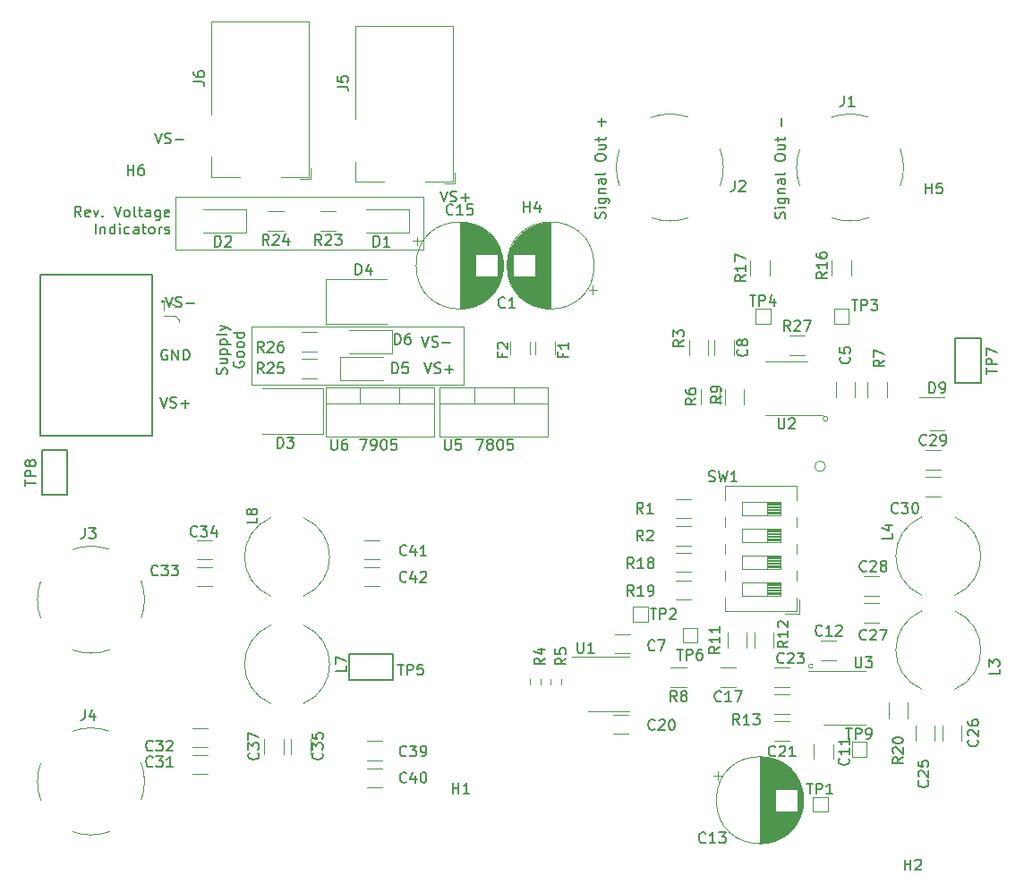
<source format=gbr>
%TF.GenerationSoftware,KiCad,Pcbnew,(6.0.10)*%
%TF.CreationDate,2023-02-20T15:55:57-05:00*%
%TF.ProjectId,Rx_Preamp,52785f50-7265-4616-9d70-2e6b69636164,rev?*%
%TF.SameCoordinates,Original*%
%TF.FileFunction,Legend,Top*%
%TF.FilePolarity,Positive*%
%FSLAX46Y46*%
G04 Gerber Fmt 4.6, Leading zero omitted, Abs format (unit mm)*
G04 Created by KiCad (PCBNEW (6.0.10)) date 2023-02-20 15:55:57*
%MOMM*%
%LPD*%
G01*
G04 APERTURE LIST*
%ADD10C,0.120000*%
%ADD11C,0.150000*%
%ADD12C,0.015000*%
%ADD13C,0.127000*%
%ADD14C,0.200000*%
G04 APERTURE END LIST*
D10*
X119723607Y-116500000D02*
G75*
G03*
X119723607Y-116500000I-223607J0D01*
G01*
X118300000Y-139900000D02*
G75*
G03*
X118300000Y-139900000I-200000J0D01*
G01*
X58000000Y-100500000D02*
X58000000Y-95500000D01*
X65250000Y-113250000D02*
X85250000Y-113250000D01*
X85250000Y-107750000D02*
X65250000Y-107750000D01*
X119500000Y-121000000D02*
G75*
G03*
X119500000Y-121000000I-500000J0D01*
G01*
X81500000Y-95500000D02*
X81500000Y-100500000D01*
X58000000Y-95500000D02*
X81500000Y-95500000D01*
X65250000Y-107750000D02*
X65250000Y-113250000D01*
X81500000Y-100500000D02*
X58000000Y-100500000D01*
X85250000Y-113250000D02*
X85250000Y-107750000D01*
D11*
X56071428Y-89452380D02*
X56404761Y-90452380D01*
X56738095Y-89452380D01*
X57023809Y-90404761D02*
X57166666Y-90452380D01*
X57404761Y-90452380D01*
X57500000Y-90404761D01*
X57547619Y-90357142D01*
X57595238Y-90261904D01*
X57595238Y-90166666D01*
X57547619Y-90071428D01*
X57500000Y-90023809D01*
X57404761Y-89976190D01*
X57214285Y-89928571D01*
X57119047Y-89880952D01*
X57071428Y-89833333D01*
X57023809Y-89738095D01*
X57023809Y-89642857D01*
X57071428Y-89547619D01*
X57119047Y-89500000D01*
X57214285Y-89452380D01*
X57452380Y-89452380D01*
X57595238Y-89500000D01*
X58023809Y-90071428D02*
X58785714Y-90071428D01*
X83071428Y-94952380D02*
X83404761Y-95952380D01*
X83738095Y-94952380D01*
X84023809Y-95904761D02*
X84166666Y-95952380D01*
X84404761Y-95952380D01*
X84500000Y-95904761D01*
X84547619Y-95857142D01*
X84595238Y-95761904D01*
X84595238Y-95666666D01*
X84547619Y-95571428D01*
X84500000Y-95523809D01*
X84404761Y-95476190D01*
X84214285Y-95428571D01*
X84119047Y-95380952D01*
X84071428Y-95333333D01*
X84023809Y-95238095D01*
X84023809Y-95142857D01*
X84071428Y-95047619D01*
X84119047Y-95000000D01*
X84214285Y-94952380D01*
X84452380Y-94952380D01*
X84595238Y-95000000D01*
X85023809Y-95571428D02*
X85785714Y-95571428D01*
X85404761Y-95952380D02*
X85404761Y-95190476D01*
X81571428Y-111202380D02*
X81904761Y-112202380D01*
X82238095Y-111202380D01*
X82523809Y-112154761D02*
X82666666Y-112202380D01*
X82904761Y-112202380D01*
X83000000Y-112154761D01*
X83047619Y-112107142D01*
X83095238Y-112011904D01*
X83095238Y-111916666D01*
X83047619Y-111821428D01*
X83000000Y-111773809D01*
X82904761Y-111726190D01*
X82714285Y-111678571D01*
X82619047Y-111630952D01*
X82571428Y-111583333D01*
X82523809Y-111488095D01*
X82523809Y-111392857D01*
X82571428Y-111297619D01*
X82619047Y-111250000D01*
X82714285Y-111202380D01*
X82952380Y-111202380D01*
X83095238Y-111250000D01*
X83523809Y-111821428D02*
X84285714Y-111821428D01*
X83904761Y-112202380D02*
X83904761Y-111440476D01*
X81321428Y-108702380D02*
X81654761Y-109702380D01*
X81988095Y-108702380D01*
X82273809Y-109654761D02*
X82416666Y-109702380D01*
X82654761Y-109702380D01*
X82750000Y-109654761D01*
X82797619Y-109607142D01*
X82845238Y-109511904D01*
X82845238Y-109416666D01*
X82797619Y-109321428D01*
X82750000Y-109273809D01*
X82654761Y-109226190D01*
X82464285Y-109178571D01*
X82369047Y-109130952D01*
X82321428Y-109083333D01*
X82273809Y-108988095D01*
X82273809Y-108892857D01*
X82321428Y-108797619D01*
X82369047Y-108750000D01*
X82464285Y-108702380D01*
X82702380Y-108702380D01*
X82845238Y-108750000D01*
X83273809Y-109321428D02*
X84035714Y-109321428D01*
X115654761Y-97535714D02*
X115702380Y-97392857D01*
X115702380Y-97154761D01*
X115654761Y-97059523D01*
X115607142Y-97011904D01*
X115511904Y-96964285D01*
X115416666Y-96964285D01*
X115321428Y-97011904D01*
X115273809Y-97059523D01*
X115226190Y-97154761D01*
X115178571Y-97345238D01*
X115130952Y-97440476D01*
X115083333Y-97488095D01*
X114988095Y-97535714D01*
X114892857Y-97535714D01*
X114797619Y-97488095D01*
X114750000Y-97440476D01*
X114702380Y-97345238D01*
X114702380Y-97107142D01*
X114750000Y-96964285D01*
X115702380Y-96535714D02*
X115035714Y-96535714D01*
X114702380Y-96535714D02*
X114750000Y-96583333D01*
X114797619Y-96535714D01*
X114750000Y-96488095D01*
X114702380Y-96535714D01*
X114797619Y-96535714D01*
X115035714Y-95630952D02*
X115845238Y-95630952D01*
X115940476Y-95678571D01*
X115988095Y-95726190D01*
X116035714Y-95821428D01*
X116035714Y-95964285D01*
X115988095Y-96059523D01*
X115654761Y-95630952D02*
X115702380Y-95726190D01*
X115702380Y-95916666D01*
X115654761Y-96011904D01*
X115607142Y-96059523D01*
X115511904Y-96107142D01*
X115226190Y-96107142D01*
X115130952Y-96059523D01*
X115083333Y-96011904D01*
X115035714Y-95916666D01*
X115035714Y-95726190D01*
X115083333Y-95630952D01*
X115035714Y-95154761D02*
X115702380Y-95154761D01*
X115130952Y-95154761D02*
X115083333Y-95107142D01*
X115035714Y-95011904D01*
X115035714Y-94869047D01*
X115083333Y-94773809D01*
X115178571Y-94726190D01*
X115702380Y-94726190D01*
X115702380Y-93821428D02*
X115178571Y-93821428D01*
X115083333Y-93869047D01*
X115035714Y-93964285D01*
X115035714Y-94154761D01*
X115083333Y-94250000D01*
X115654761Y-93821428D02*
X115702380Y-93916666D01*
X115702380Y-94154761D01*
X115654761Y-94250000D01*
X115559523Y-94297619D01*
X115464285Y-94297619D01*
X115369047Y-94250000D01*
X115321428Y-94154761D01*
X115321428Y-93916666D01*
X115273809Y-93821428D01*
X115702380Y-93202380D02*
X115654761Y-93297619D01*
X115559523Y-93345238D01*
X114702380Y-93345238D01*
X114702380Y-91869047D02*
X114702380Y-91678571D01*
X114750000Y-91583333D01*
X114845238Y-91488095D01*
X115035714Y-91440476D01*
X115369047Y-91440476D01*
X115559523Y-91488095D01*
X115654761Y-91583333D01*
X115702380Y-91678571D01*
X115702380Y-91869047D01*
X115654761Y-91964285D01*
X115559523Y-92059523D01*
X115369047Y-92107142D01*
X115035714Y-92107142D01*
X114845238Y-92059523D01*
X114750000Y-91964285D01*
X114702380Y-91869047D01*
X115035714Y-90583333D02*
X115702380Y-90583333D01*
X115035714Y-91011904D02*
X115559523Y-91011904D01*
X115654761Y-90964285D01*
X115702380Y-90869047D01*
X115702380Y-90726190D01*
X115654761Y-90630952D01*
X115607142Y-90583333D01*
X115035714Y-90250000D02*
X115035714Y-89869047D01*
X114702380Y-90107142D02*
X115559523Y-90107142D01*
X115654761Y-90059523D01*
X115702380Y-89964285D01*
X115702380Y-89869047D01*
X115321428Y-88773809D02*
X115321428Y-88011904D01*
X62849761Y-112285714D02*
X62897380Y-112142857D01*
X62897380Y-111904761D01*
X62849761Y-111809523D01*
X62802142Y-111761904D01*
X62706904Y-111714285D01*
X62611666Y-111714285D01*
X62516428Y-111761904D01*
X62468809Y-111809523D01*
X62421190Y-111904761D01*
X62373571Y-112095238D01*
X62325952Y-112190476D01*
X62278333Y-112238095D01*
X62183095Y-112285714D01*
X62087857Y-112285714D01*
X61992619Y-112238095D01*
X61945000Y-112190476D01*
X61897380Y-112095238D01*
X61897380Y-111857142D01*
X61945000Y-111714285D01*
X62230714Y-110857142D02*
X62897380Y-110857142D01*
X62230714Y-111285714D02*
X62754523Y-111285714D01*
X62849761Y-111238095D01*
X62897380Y-111142857D01*
X62897380Y-111000000D01*
X62849761Y-110904761D01*
X62802142Y-110857142D01*
X62230714Y-110380952D02*
X63230714Y-110380952D01*
X62278333Y-110380952D02*
X62230714Y-110285714D01*
X62230714Y-110095238D01*
X62278333Y-110000000D01*
X62325952Y-109952380D01*
X62421190Y-109904761D01*
X62706904Y-109904761D01*
X62802142Y-109952380D01*
X62849761Y-110000000D01*
X62897380Y-110095238D01*
X62897380Y-110285714D01*
X62849761Y-110380952D01*
X62230714Y-109476190D02*
X63230714Y-109476190D01*
X62278333Y-109476190D02*
X62230714Y-109380952D01*
X62230714Y-109190476D01*
X62278333Y-109095238D01*
X62325952Y-109047619D01*
X62421190Y-109000000D01*
X62706904Y-109000000D01*
X62802142Y-109047619D01*
X62849761Y-109095238D01*
X62897380Y-109190476D01*
X62897380Y-109380952D01*
X62849761Y-109476190D01*
X62897380Y-108428571D02*
X62849761Y-108523809D01*
X62754523Y-108571428D01*
X61897380Y-108571428D01*
X62230714Y-108142857D02*
X62897380Y-107904761D01*
X62230714Y-107666666D02*
X62897380Y-107904761D01*
X63135476Y-108000000D01*
X63183095Y-108047619D01*
X63230714Y-108142857D01*
X63555000Y-111095238D02*
X63507380Y-111190476D01*
X63507380Y-111333333D01*
X63555000Y-111476190D01*
X63650238Y-111571428D01*
X63745476Y-111619047D01*
X63935952Y-111666666D01*
X64078809Y-111666666D01*
X64269285Y-111619047D01*
X64364523Y-111571428D01*
X64459761Y-111476190D01*
X64507380Y-111333333D01*
X64507380Y-111238095D01*
X64459761Y-111095238D01*
X64412142Y-111047619D01*
X64078809Y-111047619D01*
X64078809Y-111238095D01*
X64507380Y-110476190D02*
X64459761Y-110571428D01*
X64412142Y-110619047D01*
X64316904Y-110666666D01*
X64031190Y-110666666D01*
X63935952Y-110619047D01*
X63888333Y-110571428D01*
X63840714Y-110476190D01*
X63840714Y-110333333D01*
X63888333Y-110238095D01*
X63935952Y-110190476D01*
X64031190Y-110142857D01*
X64316904Y-110142857D01*
X64412142Y-110190476D01*
X64459761Y-110238095D01*
X64507380Y-110333333D01*
X64507380Y-110476190D01*
X64507380Y-109571428D02*
X64459761Y-109666666D01*
X64412142Y-109714285D01*
X64316904Y-109761904D01*
X64031190Y-109761904D01*
X63935952Y-109714285D01*
X63888333Y-109666666D01*
X63840714Y-109571428D01*
X63840714Y-109428571D01*
X63888333Y-109333333D01*
X63935952Y-109285714D01*
X64031190Y-109238095D01*
X64316904Y-109238095D01*
X64412142Y-109285714D01*
X64459761Y-109333333D01*
X64507380Y-109428571D01*
X64507380Y-109571428D01*
X64507380Y-108380952D02*
X63507380Y-108380952D01*
X64459761Y-108380952D02*
X64507380Y-108476190D01*
X64507380Y-108666666D01*
X64459761Y-108761904D01*
X64412142Y-108809523D01*
X64316904Y-108857142D01*
X64031190Y-108857142D01*
X63935952Y-108809523D01*
X63888333Y-108761904D01*
X63840714Y-108666666D01*
X63840714Y-108476190D01*
X63888333Y-108380952D01*
X56571428Y-114452380D02*
X56904761Y-115452380D01*
X57238095Y-114452380D01*
X57523809Y-115404761D02*
X57666666Y-115452380D01*
X57904761Y-115452380D01*
X58000000Y-115404761D01*
X58047619Y-115357142D01*
X58095238Y-115261904D01*
X58095238Y-115166666D01*
X58047619Y-115071428D01*
X58000000Y-115023809D01*
X57904761Y-114976190D01*
X57714285Y-114928571D01*
X57619047Y-114880952D01*
X57571428Y-114833333D01*
X57523809Y-114738095D01*
X57523809Y-114642857D01*
X57571428Y-114547619D01*
X57619047Y-114500000D01*
X57714285Y-114452380D01*
X57952380Y-114452380D01*
X58095238Y-114500000D01*
X58523809Y-115071428D02*
X59285714Y-115071428D01*
X58904761Y-115452380D02*
X58904761Y-114690476D01*
X75488095Y-118452380D02*
X76154761Y-118452380D01*
X75726190Y-119452380D01*
X76583333Y-119452380D02*
X76773809Y-119452380D01*
X76869047Y-119404761D01*
X76916666Y-119357142D01*
X77011904Y-119214285D01*
X77059523Y-119023809D01*
X77059523Y-118642857D01*
X77011904Y-118547619D01*
X76964285Y-118500000D01*
X76869047Y-118452380D01*
X76678571Y-118452380D01*
X76583333Y-118500000D01*
X76535714Y-118547619D01*
X76488095Y-118642857D01*
X76488095Y-118880952D01*
X76535714Y-118976190D01*
X76583333Y-119023809D01*
X76678571Y-119071428D01*
X76869047Y-119071428D01*
X76964285Y-119023809D01*
X77011904Y-118976190D01*
X77059523Y-118880952D01*
X77678571Y-118452380D02*
X77773809Y-118452380D01*
X77869047Y-118500000D01*
X77916666Y-118547619D01*
X77964285Y-118642857D01*
X78011904Y-118833333D01*
X78011904Y-119071428D01*
X77964285Y-119261904D01*
X77916666Y-119357142D01*
X77869047Y-119404761D01*
X77773809Y-119452380D01*
X77678571Y-119452380D01*
X77583333Y-119404761D01*
X77535714Y-119357142D01*
X77488095Y-119261904D01*
X77440476Y-119071428D01*
X77440476Y-118833333D01*
X77488095Y-118642857D01*
X77535714Y-118547619D01*
X77583333Y-118500000D01*
X77678571Y-118452380D01*
X78916666Y-118452380D02*
X78440476Y-118452380D01*
X78392857Y-118928571D01*
X78440476Y-118880952D01*
X78535714Y-118833333D01*
X78773809Y-118833333D01*
X78869047Y-118880952D01*
X78916666Y-118928571D01*
X78964285Y-119023809D01*
X78964285Y-119261904D01*
X78916666Y-119357142D01*
X78869047Y-119404761D01*
X78773809Y-119452380D01*
X78535714Y-119452380D01*
X78440476Y-119404761D01*
X78392857Y-119357142D01*
X57238095Y-110000000D02*
X57142857Y-109952380D01*
X57000000Y-109952380D01*
X56857142Y-110000000D01*
X56761904Y-110095238D01*
X56714285Y-110190476D01*
X56666666Y-110380952D01*
X56666666Y-110523809D01*
X56714285Y-110714285D01*
X56761904Y-110809523D01*
X56857142Y-110904761D01*
X57000000Y-110952380D01*
X57095238Y-110952380D01*
X57238095Y-110904761D01*
X57285714Y-110857142D01*
X57285714Y-110523809D01*
X57095238Y-110523809D01*
X57714285Y-110952380D02*
X57714285Y-109952380D01*
X58285714Y-110952380D01*
X58285714Y-109952380D01*
X58761904Y-110952380D02*
X58761904Y-109952380D01*
X59000000Y-109952380D01*
X59142857Y-110000000D01*
X59238095Y-110095238D01*
X59285714Y-110190476D01*
X59333333Y-110380952D01*
X59333333Y-110523809D01*
X59285714Y-110714285D01*
X59238095Y-110809523D01*
X59142857Y-110904761D01*
X59000000Y-110952380D01*
X58761904Y-110952380D01*
X57071428Y-104952380D02*
X57404761Y-105952380D01*
X57738095Y-104952380D01*
X58023809Y-105904761D02*
X58166666Y-105952380D01*
X58404761Y-105952380D01*
X58500000Y-105904761D01*
X58547619Y-105857142D01*
X58595238Y-105761904D01*
X58595238Y-105666666D01*
X58547619Y-105571428D01*
X58500000Y-105523809D01*
X58404761Y-105476190D01*
X58214285Y-105428571D01*
X58119047Y-105380952D01*
X58071428Y-105333333D01*
X58023809Y-105238095D01*
X58023809Y-105142857D01*
X58071428Y-105047619D01*
X58119047Y-105000000D01*
X58214285Y-104952380D01*
X58452380Y-104952380D01*
X58595238Y-105000000D01*
X59023809Y-105571428D02*
X59785714Y-105571428D01*
X49081071Y-97397380D02*
X48747738Y-96921190D01*
X48509642Y-97397380D02*
X48509642Y-96397380D01*
X48890595Y-96397380D01*
X48985833Y-96445000D01*
X49033452Y-96492619D01*
X49081071Y-96587857D01*
X49081071Y-96730714D01*
X49033452Y-96825952D01*
X48985833Y-96873571D01*
X48890595Y-96921190D01*
X48509642Y-96921190D01*
X49890595Y-97349761D02*
X49795357Y-97397380D01*
X49604880Y-97397380D01*
X49509642Y-97349761D01*
X49462023Y-97254523D01*
X49462023Y-96873571D01*
X49509642Y-96778333D01*
X49604880Y-96730714D01*
X49795357Y-96730714D01*
X49890595Y-96778333D01*
X49938214Y-96873571D01*
X49938214Y-96968809D01*
X49462023Y-97064047D01*
X50271547Y-96730714D02*
X50509642Y-97397380D01*
X50747738Y-96730714D01*
X51128690Y-97302142D02*
X51176309Y-97349761D01*
X51128690Y-97397380D01*
X51081071Y-97349761D01*
X51128690Y-97302142D01*
X51128690Y-97397380D01*
X52223928Y-96397380D02*
X52557261Y-97397380D01*
X52890595Y-96397380D01*
X53366785Y-97397380D02*
X53271547Y-97349761D01*
X53223928Y-97302142D01*
X53176309Y-97206904D01*
X53176309Y-96921190D01*
X53223928Y-96825952D01*
X53271547Y-96778333D01*
X53366785Y-96730714D01*
X53509642Y-96730714D01*
X53604880Y-96778333D01*
X53652500Y-96825952D01*
X53700119Y-96921190D01*
X53700119Y-97206904D01*
X53652500Y-97302142D01*
X53604880Y-97349761D01*
X53509642Y-97397380D01*
X53366785Y-97397380D01*
X54271547Y-97397380D02*
X54176309Y-97349761D01*
X54128690Y-97254523D01*
X54128690Y-96397380D01*
X54509642Y-96730714D02*
X54890595Y-96730714D01*
X54652500Y-96397380D02*
X54652500Y-97254523D01*
X54700119Y-97349761D01*
X54795357Y-97397380D01*
X54890595Y-97397380D01*
X55652500Y-97397380D02*
X55652500Y-96873571D01*
X55604880Y-96778333D01*
X55509642Y-96730714D01*
X55319166Y-96730714D01*
X55223928Y-96778333D01*
X55652500Y-97349761D02*
X55557261Y-97397380D01*
X55319166Y-97397380D01*
X55223928Y-97349761D01*
X55176309Y-97254523D01*
X55176309Y-97159285D01*
X55223928Y-97064047D01*
X55319166Y-97016428D01*
X55557261Y-97016428D01*
X55652500Y-96968809D01*
X56557261Y-96730714D02*
X56557261Y-97540238D01*
X56509642Y-97635476D01*
X56462023Y-97683095D01*
X56366785Y-97730714D01*
X56223928Y-97730714D01*
X56128690Y-97683095D01*
X56557261Y-97349761D02*
X56462023Y-97397380D01*
X56271547Y-97397380D01*
X56176309Y-97349761D01*
X56128690Y-97302142D01*
X56081071Y-97206904D01*
X56081071Y-96921190D01*
X56128690Y-96825952D01*
X56176309Y-96778333D01*
X56271547Y-96730714D01*
X56462023Y-96730714D01*
X56557261Y-96778333D01*
X57414404Y-97349761D02*
X57319166Y-97397380D01*
X57128690Y-97397380D01*
X57033452Y-97349761D01*
X56985833Y-97254523D01*
X56985833Y-96873571D01*
X57033452Y-96778333D01*
X57128690Y-96730714D01*
X57319166Y-96730714D01*
X57414404Y-96778333D01*
X57462023Y-96873571D01*
X57462023Y-96968809D01*
X56985833Y-97064047D01*
X50462023Y-99007380D02*
X50462023Y-98007380D01*
X50938214Y-98340714D02*
X50938214Y-99007380D01*
X50938214Y-98435952D02*
X50985833Y-98388333D01*
X51081071Y-98340714D01*
X51223928Y-98340714D01*
X51319166Y-98388333D01*
X51366785Y-98483571D01*
X51366785Y-99007380D01*
X52271547Y-99007380D02*
X52271547Y-98007380D01*
X52271547Y-98959761D02*
X52176309Y-99007380D01*
X51985833Y-99007380D01*
X51890595Y-98959761D01*
X51842976Y-98912142D01*
X51795357Y-98816904D01*
X51795357Y-98531190D01*
X51842976Y-98435952D01*
X51890595Y-98388333D01*
X51985833Y-98340714D01*
X52176309Y-98340714D01*
X52271547Y-98388333D01*
X52747738Y-99007380D02*
X52747738Y-98340714D01*
X52747738Y-98007380D02*
X52700119Y-98055000D01*
X52747738Y-98102619D01*
X52795357Y-98055000D01*
X52747738Y-98007380D01*
X52747738Y-98102619D01*
X53652500Y-98959761D02*
X53557261Y-99007380D01*
X53366785Y-99007380D01*
X53271547Y-98959761D01*
X53223928Y-98912142D01*
X53176309Y-98816904D01*
X53176309Y-98531190D01*
X53223928Y-98435952D01*
X53271547Y-98388333D01*
X53366785Y-98340714D01*
X53557261Y-98340714D01*
X53652500Y-98388333D01*
X54509642Y-99007380D02*
X54509642Y-98483571D01*
X54462023Y-98388333D01*
X54366785Y-98340714D01*
X54176309Y-98340714D01*
X54081071Y-98388333D01*
X54509642Y-98959761D02*
X54414404Y-99007380D01*
X54176309Y-99007380D01*
X54081071Y-98959761D01*
X54033452Y-98864523D01*
X54033452Y-98769285D01*
X54081071Y-98674047D01*
X54176309Y-98626428D01*
X54414404Y-98626428D01*
X54509642Y-98578809D01*
X54842976Y-98340714D02*
X55223928Y-98340714D01*
X54985833Y-98007380D02*
X54985833Y-98864523D01*
X55033452Y-98959761D01*
X55128690Y-99007380D01*
X55223928Y-99007380D01*
X55700119Y-99007380D02*
X55604880Y-98959761D01*
X55557261Y-98912142D01*
X55509642Y-98816904D01*
X55509642Y-98531190D01*
X55557261Y-98435952D01*
X55604880Y-98388333D01*
X55700119Y-98340714D01*
X55842976Y-98340714D01*
X55938214Y-98388333D01*
X55985833Y-98435952D01*
X56033452Y-98531190D01*
X56033452Y-98816904D01*
X55985833Y-98912142D01*
X55938214Y-98959761D01*
X55842976Y-99007380D01*
X55700119Y-99007380D01*
X56462023Y-99007380D02*
X56462023Y-98340714D01*
X56462023Y-98531190D02*
X56509642Y-98435952D01*
X56557261Y-98388333D01*
X56652500Y-98340714D01*
X56747738Y-98340714D01*
X57033452Y-98959761D02*
X57128690Y-99007380D01*
X57319166Y-99007380D01*
X57414404Y-98959761D01*
X57462023Y-98864523D01*
X57462023Y-98816904D01*
X57414404Y-98721666D01*
X57319166Y-98674047D01*
X57176309Y-98674047D01*
X57081071Y-98626428D01*
X57033452Y-98531190D01*
X57033452Y-98483571D01*
X57081071Y-98388333D01*
X57176309Y-98340714D01*
X57319166Y-98340714D01*
X57414404Y-98388333D01*
X86488095Y-118452380D02*
X87154761Y-118452380D01*
X86726190Y-119452380D01*
X87678571Y-118880952D02*
X87583333Y-118833333D01*
X87535714Y-118785714D01*
X87488095Y-118690476D01*
X87488095Y-118642857D01*
X87535714Y-118547619D01*
X87583333Y-118500000D01*
X87678571Y-118452380D01*
X87869047Y-118452380D01*
X87964285Y-118500000D01*
X88011904Y-118547619D01*
X88059523Y-118642857D01*
X88059523Y-118690476D01*
X88011904Y-118785714D01*
X87964285Y-118833333D01*
X87869047Y-118880952D01*
X87678571Y-118880952D01*
X87583333Y-118928571D01*
X87535714Y-118976190D01*
X87488095Y-119071428D01*
X87488095Y-119261904D01*
X87535714Y-119357142D01*
X87583333Y-119404761D01*
X87678571Y-119452380D01*
X87869047Y-119452380D01*
X87964285Y-119404761D01*
X88011904Y-119357142D01*
X88059523Y-119261904D01*
X88059523Y-119071428D01*
X88011904Y-118976190D01*
X87964285Y-118928571D01*
X87869047Y-118880952D01*
X88678571Y-118452380D02*
X88773809Y-118452380D01*
X88869047Y-118500000D01*
X88916666Y-118547619D01*
X88964285Y-118642857D01*
X89011904Y-118833333D01*
X89011904Y-119071428D01*
X88964285Y-119261904D01*
X88916666Y-119357142D01*
X88869047Y-119404761D01*
X88773809Y-119452380D01*
X88678571Y-119452380D01*
X88583333Y-119404761D01*
X88535714Y-119357142D01*
X88488095Y-119261904D01*
X88440476Y-119071428D01*
X88440476Y-118833333D01*
X88488095Y-118642857D01*
X88535714Y-118547619D01*
X88583333Y-118500000D01*
X88678571Y-118452380D01*
X89916666Y-118452380D02*
X89440476Y-118452380D01*
X89392857Y-118928571D01*
X89440476Y-118880952D01*
X89535714Y-118833333D01*
X89773809Y-118833333D01*
X89869047Y-118880952D01*
X89916666Y-118928571D01*
X89964285Y-119023809D01*
X89964285Y-119261904D01*
X89916666Y-119357142D01*
X89869047Y-119404761D01*
X89773809Y-119452380D01*
X89535714Y-119452380D01*
X89440476Y-119404761D01*
X89392857Y-119357142D01*
X98654761Y-97535714D02*
X98702380Y-97392857D01*
X98702380Y-97154761D01*
X98654761Y-97059523D01*
X98607142Y-97011904D01*
X98511904Y-96964285D01*
X98416666Y-96964285D01*
X98321428Y-97011904D01*
X98273809Y-97059523D01*
X98226190Y-97154761D01*
X98178571Y-97345238D01*
X98130952Y-97440476D01*
X98083333Y-97488095D01*
X97988095Y-97535714D01*
X97892857Y-97535714D01*
X97797619Y-97488095D01*
X97750000Y-97440476D01*
X97702380Y-97345238D01*
X97702380Y-97107142D01*
X97750000Y-96964285D01*
X98702380Y-96535714D02*
X98035714Y-96535714D01*
X97702380Y-96535714D02*
X97750000Y-96583333D01*
X97797619Y-96535714D01*
X97750000Y-96488095D01*
X97702380Y-96535714D01*
X97797619Y-96535714D01*
X98035714Y-95630952D02*
X98845238Y-95630952D01*
X98940476Y-95678571D01*
X98988095Y-95726190D01*
X99035714Y-95821428D01*
X99035714Y-95964285D01*
X98988095Y-96059523D01*
X98654761Y-95630952D02*
X98702380Y-95726190D01*
X98702380Y-95916666D01*
X98654761Y-96011904D01*
X98607142Y-96059523D01*
X98511904Y-96107142D01*
X98226190Y-96107142D01*
X98130952Y-96059523D01*
X98083333Y-96011904D01*
X98035714Y-95916666D01*
X98035714Y-95726190D01*
X98083333Y-95630952D01*
X98035714Y-95154761D02*
X98702380Y-95154761D01*
X98130952Y-95154761D02*
X98083333Y-95107142D01*
X98035714Y-95011904D01*
X98035714Y-94869047D01*
X98083333Y-94773809D01*
X98178571Y-94726190D01*
X98702380Y-94726190D01*
X98702380Y-93821428D02*
X98178571Y-93821428D01*
X98083333Y-93869047D01*
X98035714Y-93964285D01*
X98035714Y-94154761D01*
X98083333Y-94250000D01*
X98654761Y-93821428D02*
X98702380Y-93916666D01*
X98702380Y-94154761D01*
X98654761Y-94250000D01*
X98559523Y-94297619D01*
X98464285Y-94297619D01*
X98369047Y-94250000D01*
X98321428Y-94154761D01*
X98321428Y-93916666D01*
X98273809Y-93821428D01*
X98702380Y-93202380D02*
X98654761Y-93297619D01*
X98559523Y-93345238D01*
X97702380Y-93345238D01*
X97702380Y-91869047D02*
X97702380Y-91678571D01*
X97750000Y-91583333D01*
X97845238Y-91488095D01*
X98035714Y-91440476D01*
X98369047Y-91440476D01*
X98559523Y-91488095D01*
X98654761Y-91583333D01*
X98702380Y-91678571D01*
X98702380Y-91869047D01*
X98654761Y-91964285D01*
X98559523Y-92059523D01*
X98369047Y-92107142D01*
X98035714Y-92107142D01*
X97845238Y-92059523D01*
X97750000Y-91964285D01*
X97702380Y-91869047D01*
X98035714Y-90583333D02*
X98702380Y-90583333D01*
X98035714Y-91011904D02*
X98559523Y-91011904D01*
X98654761Y-90964285D01*
X98702380Y-90869047D01*
X98702380Y-90726190D01*
X98654761Y-90630952D01*
X98607142Y-90583333D01*
X98035714Y-90250000D02*
X98035714Y-89869047D01*
X97702380Y-90107142D02*
X98559523Y-90107142D01*
X98654761Y-90059523D01*
X98702380Y-89964285D01*
X98702380Y-89869047D01*
X98321428Y-88773809D02*
X98321428Y-88011904D01*
X98702380Y-88392857D02*
X97940476Y-88392857D01*
%TO.C,U1*%
X96038095Y-137652380D02*
X96038095Y-138461904D01*
X96085714Y-138557142D01*
X96133333Y-138604761D01*
X96228571Y-138652380D01*
X96419047Y-138652380D01*
X96514285Y-138604761D01*
X96561904Y-138557142D01*
X96609523Y-138461904D01*
X96609523Y-137652380D01*
X97609523Y-138652380D02*
X97038095Y-138652380D01*
X97323809Y-138652380D02*
X97323809Y-137652380D01*
X97228571Y-137795238D01*
X97133333Y-137890476D01*
X97038095Y-137938095D01*
%TO.C,U3*%
X122338095Y-139052380D02*
X122338095Y-139861904D01*
X122385714Y-139957142D01*
X122433333Y-140004761D01*
X122528571Y-140052380D01*
X122719047Y-140052380D01*
X122814285Y-140004761D01*
X122861904Y-139957142D01*
X122909523Y-139861904D01*
X122909523Y-139052380D01*
X123290476Y-139052380D02*
X123909523Y-139052380D01*
X123576190Y-139433333D01*
X123719047Y-139433333D01*
X123814285Y-139480952D01*
X123861904Y-139528571D01*
X123909523Y-139623809D01*
X123909523Y-139861904D01*
X123861904Y-139957142D01*
X123814285Y-140004761D01*
X123719047Y-140052380D01*
X123433333Y-140052380D01*
X123338095Y-140004761D01*
X123290476Y-139957142D01*
%TO.C,U2*%
X115038095Y-116452380D02*
X115038095Y-117261904D01*
X115085714Y-117357142D01*
X115133333Y-117404761D01*
X115228571Y-117452380D01*
X115419047Y-117452380D01*
X115514285Y-117404761D01*
X115561904Y-117357142D01*
X115609523Y-117261904D01*
X115609523Y-116452380D01*
X116038095Y-116547619D02*
X116085714Y-116500000D01*
X116180952Y-116452380D01*
X116419047Y-116452380D01*
X116514285Y-116500000D01*
X116561904Y-116547619D01*
X116609523Y-116642857D01*
X116609523Y-116738095D01*
X116561904Y-116880952D01*
X115990476Y-117452380D01*
X116609523Y-117452380D01*
%TO.C,R9*%
X109652380Y-114366666D02*
X109176190Y-114700000D01*
X109652380Y-114938095D02*
X108652380Y-114938095D01*
X108652380Y-114557142D01*
X108700000Y-114461904D01*
X108747619Y-114414285D01*
X108842857Y-114366666D01*
X108985714Y-114366666D01*
X109080952Y-114414285D01*
X109128571Y-114461904D01*
X109176190Y-114557142D01*
X109176190Y-114938095D01*
X109652380Y-113890476D02*
X109652380Y-113700000D01*
X109604761Y-113604761D01*
X109557142Y-113557142D01*
X109414285Y-113461904D01*
X109223809Y-113414285D01*
X108842857Y-113414285D01*
X108747619Y-113461904D01*
X108700000Y-113509523D01*
X108652380Y-113604761D01*
X108652380Y-113795238D01*
X108700000Y-113890476D01*
X108747619Y-113938095D01*
X108842857Y-113985714D01*
X109080952Y-113985714D01*
X109176190Y-113938095D01*
X109223809Y-113890476D01*
X109271428Y-113795238D01*
X109271428Y-113604761D01*
X109223809Y-113509523D01*
X109176190Y-113461904D01*
X109080952Y-113414285D01*
%TO.C,R6*%
X107232380Y-114566666D02*
X106756190Y-114900000D01*
X107232380Y-115138095D02*
X106232380Y-115138095D01*
X106232380Y-114757142D01*
X106280000Y-114661904D01*
X106327619Y-114614285D01*
X106422857Y-114566666D01*
X106565714Y-114566666D01*
X106660952Y-114614285D01*
X106708571Y-114661904D01*
X106756190Y-114757142D01*
X106756190Y-115138095D01*
X106232380Y-113709523D02*
X106232380Y-113900000D01*
X106280000Y-113995238D01*
X106327619Y-114042857D01*
X106470476Y-114138095D01*
X106660952Y-114185714D01*
X107041904Y-114185714D01*
X107137142Y-114138095D01*
X107184761Y-114090476D01*
X107232380Y-113995238D01*
X107232380Y-113804761D01*
X107184761Y-113709523D01*
X107137142Y-113661904D01*
X107041904Y-113614285D01*
X106803809Y-113614285D01*
X106708571Y-113661904D01*
X106660952Y-113709523D01*
X106613333Y-113804761D01*
X106613333Y-113995238D01*
X106660952Y-114090476D01*
X106708571Y-114138095D01*
X106803809Y-114185714D01*
%TO.C,C7*%
X103333333Y-138357142D02*
X103285714Y-138404761D01*
X103142857Y-138452380D01*
X103047619Y-138452380D01*
X102904761Y-138404761D01*
X102809523Y-138309523D01*
X102761904Y-138214285D01*
X102714285Y-138023809D01*
X102714285Y-137880952D01*
X102761904Y-137690476D01*
X102809523Y-137595238D01*
X102904761Y-137500000D01*
X103047619Y-137452380D01*
X103142857Y-137452380D01*
X103285714Y-137500000D01*
X103333333Y-137547619D01*
X103666666Y-137452380D02*
X104333333Y-137452380D01*
X103904761Y-138452380D01*
%TO.C,C8*%
X112042142Y-109954166D02*
X112089761Y-110001785D01*
X112137380Y-110144642D01*
X112137380Y-110239880D01*
X112089761Y-110382738D01*
X111994523Y-110477976D01*
X111899285Y-110525595D01*
X111708809Y-110573214D01*
X111565952Y-110573214D01*
X111375476Y-110525595D01*
X111280238Y-110477976D01*
X111185000Y-110382738D01*
X111137380Y-110239880D01*
X111137380Y-110144642D01*
X111185000Y-110001785D01*
X111232619Y-109954166D01*
X111565952Y-109382738D02*
X111518333Y-109477976D01*
X111470714Y-109525595D01*
X111375476Y-109573214D01*
X111327857Y-109573214D01*
X111232619Y-109525595D01*
X111185000Y-109477976D01*
X111137380Y-109382738D01*
X111137380Y-109192261D01*
X111185000Y-109097023D01*
X111232619Y-109049404D01*
X111327857Y-109001785D01*
X111375476Y-109001785D01*
X111470714Y-109049404D01*
X111518333Y-109097023D01*
X111565952Y-109192261D01*
X111565952Y-109382738D01*
X111613571Y-109477976D01*
X111661190Y-109525595D01*
X111756428Y-109573214D01*
X111946904Y-109573214D01*
X112042142Y-109525595D01*
X112089761Y-109477976D01*
X112137380Y-109382738D01*
X112137380Y-109192261D01*
X112089761Y-109097023D01*
X112042142Y-109049404D01*
X111946904Y-109001785D01*
X111756428Y-109001785D01*
X111661190Y-109049404D01*
X111613571Y-109097023D01*
X111565952Y-109192261D01*
%TO.C,C13*%
X108151840Y-156557142D02*
X108104221Y-156604761D01*
X107961364Y-156652380D01*
X107866126Y-156652380D01*
X107723269Y-156604761D01*
X107628031Y-156509523D01*
X107580412Y-156414285D01*
X107532793Y-156223809D01*
X107532793Y-156080952D01*
X107580412Y-155890476D01*
X107628031Y-155795238D01*
X107723269Y-155700000D01*
X107866126Y-155652380D01*
X107961364Y-155652380D01*
X108104221Y-155700000D01*
X108151840Y-155747619D01*
X109104221Y-156652380D02*
X108532793Y-156652380D01*
X108818507Y-156652380D02*
X108818507Y-155652380D01*
X108723269Y-155795238D01*
X108628031Y-155890476D01*
X108532793Y-155938095D01*
X109437555Y-155652380D02*
X110056602Y-155652380D01*
X109723269Y-156033333D01*
X109866126Y-156033333D01*
X109961364Y-156080952D01*
X110008983Y-156128571D01*
X110056602Y-156223809D01*
X110056602Y-156461904D01*
X110008983Y-156557142D01*
X109961364Y-156604761D01*
X109866126Y-156652380D01*
X109580412Y-156652380D01*
X109485174Y-156604761D01*
X109437555Y-156557142D01*
%TO.C,C15*%
X84257142Y-97107142D02*
X84209523Y-97154761D01*
X84066666Y-97202380D01*
X83971428Y-97202380D01*
X83828571Y-97154761D01*
X83733333Y-97059523D01*
X83685714Y-96964285D01*
X83638095Y-96773809D01*
X83638095Y-96630952D01*
X83685714Y-96440476D01*
X83733333Y-96345238D01*
X83828571Y-96250000D01*
X83971428Y-96202380D01*
X84066666Y-96202380D01*
X84209523Y-96250000D01*
X84257142Y-96297619D01*
X85209523Y-97202380D02*
X84638095Y-97202380D01*
X84923809Y-97202380D02*
X84923809Y-96202380D01*
X84828571Y-96345238D01*
X84733333Y-96440476D01*
X84638095Y-96488095D01*
X86114285Y-96202380D02*
X85638095Y-96202380D01*
X85590476Y-96678571D01*
X85638095Y-96630952D01*
X85733333Y-96583333D01*
X85971428Y-96583333D01*
X86066666Y-96630952D01*
X86114285Y-96678571D01*
X86161904Y-96773809D01*
X86161904Y-97011904D01*
X86114285Y-97107142D01*
X86066666Y-97154761D01*
X85971428Y-97202380D01*
X85733333Y-97202380D01*
X85638095Y-97154761D01*
X85590476Y-97107142D01*
%TO.C,C29*%
X129027142Y-118912142D02*
X128979523Y-118959761D01*
X128836666Y-119007380D01*
X128741428Y-119007380D01*
X128598571Y-118959761D01*
X128503333Y-118864523D01*
X128455714Y-118769285D01*
X128408095Y-118578809D01*
X128408095Y-118435952D01*
X128455714Y-118245476D01*
X128503333Y-118150238D01*
X128598571Y-118055000D01*
X128741428Y-118007380D01*
X128836666Y-118007380D01*
X128979523Y-118055000D01*
X129027142Y-118102619D01*
X129408095Y-118102619D02*
X129455714Y-118055000D01*
X129550952Y-118007380D01*
X129789047Y-118007380D01*
X129884285Y-118055000D01*
X129931904Y-118102619D01*
X129979523Y-118197857D01*
X129979523Y-118293095D01*
X129931904Y-118435952D01*
X129360476Y-119007380D01*
X129979523Y-119007380D01*
X130455714Y-119007380D02*
X130646190Y-119007380D01*
X130741428Y-118959761D01*
X130789047Y-118912142D01*
X130884285Y-118769285D01*
X130931904Y-118578809D01*
X130931904Y-118197857D01*
X130884285Y-118102619D01*
X130836666Y-118055000D01*
X130741428Y-118007380D01*
X130550952Y-118007380D01*
X130455714Y-118055000D01*
X130408095Y-118102619D01*
X130360476Y-118197857D01*
X130360476Y-118435952D01*
X130408095Y-118531190D01*
X130455714Y-118578809D01*
X130550952Y-118626428D01*
X130741428Y-118626428D01*
X130836666Y-118578809D01*
X130884285Y-118531190D01*
X130931904Y-118435952D01*
%TO.C,C35*%
X71857142Y-148142857D02*
X71904761Y-148190476D01*
X71952380Y-148333333D01*
X71952380Y-148428571D01*
X71904761Y-148571428D01*
X71809523Y-148666666D01*
X71714285Y-148714285D01*
X71523809Y-148761904D01*
X71380952Y-148761904D01*
X71190476Y-148714285D01*
X71095238Y-148666666D01*
X71000000Y-148571428D01*
X70952380Y-148428571D01*
X70952380Y-148333333D01*
X71000000Y-148190476D01*
X71047619Y-148142857D01*
X70952380Y-147809523D02*
X70952380Y-147190476D01*
X71333333Y-147523809D01*
X71333333Y-147380952D01*
X71380952Y-147285714D01*
X71428571Y-147238095D01*
X71523809Y-147190476D01*
X71761904Y-147190476D01*
X71857142Y-147238095D01*
X71904761Y-147285714D01*
X71952380Y-147380952D01*
X71952380Y-147666666D01*
X71904761Y-147761904D01*
X71857142Y-147809523D01*
X70952380Y-146285714D02*
X70952380Y-146761904D01*
X71428571Y-146809523D01*
X71380952Y-146761904D01*
X71333333Y-146666666D01*
X71333333Y-146428571D01*
X71380952Y-146333333D01*
X71428571Y-146285714D01*
X71523809Y-146238095D01*
X71761904Y-146238095D01*
X71857142Y-146285714D01*
X71904761Y-146333333D01*
X71952380Y-146428571D01*
X71952380Y-146666666D01*
X71904761Y-146761904D01*
X71857142Y-146809523D01*
%TO.C,C37*%
X65817142Y-148142857D02*
X65864761Y-148190476D01*
X65912380Y-148333333D01*
X65912380Y-148428571D01*
X65864761Y-148571428D01*
X65769523Y-148666666D01*
X65674285Y-148714285D01*
X65483809Y-148761904D01*
X65340952Y-148761904D01*
X65150476Y-148714285D01*
X65055238Y-148666666D01*
X64960000Y-148571428D01*
X64912380Y-148428571D01*
X64912380Y-148333333D01*
X64960000Y-148190476D01*
X65007619Y-148142857D01*
X64912380Y-147809523D02*
X64912380Y-147190476D01*
X65293333Y-147523809D01*
X65293333Y-147380952D01*
X65340952Y-147285714D01*
X65388571Y-147238095D01*
X65483809Y-147190476D01*
X65721904Y-147190476D01*
X65817142Y-147238095D01*
X65864761Y-147285714D01*
X65912380Y-147380952D01*
X65912380Y-147666666D01*
X65864761Y-147761904D01*
X65817142Y-147809523D01*
X64912380Y-146857142D02*
X64912380Y-146190476D01*
X65912380Y-146619047D01*
%TO.C,C42*%
X79857142Y-131857142D02*
X79809523Y-131904761D01*
X79666666Y-131952380D01*
X79571428Y-131952380D01*
X79428571Y-131904761D01*
X79333333Y-131809523D01*
X79285714Y-131714285D01*
X79238095Y-131523809D01*
X79238095Y-131380952D01*
X79285714Y-131190476D01*
X79333333Y-131095238D01*
X79428571Y-131000000D01*
X79571428Y-130952380D01*
X79666666Y-130952380D01*
X79809523Y-131000000D01*
X79857142Y-131047619D01*
X80714285Y-131285714D02*
X80714285Y-131952380D01*
X80476190Y-130904761D02*
X80238095Y-131619047D01*
X80857142Y-131619047D01*
X81190476Y-131047619D02*
X81238095Y-131000000D01*
X81333333Y-130952380D01*
X81571428Y-130952380D01*
X81666666Y-131000000D01*
X81714285Y-131047619D01*
X81761904Y-131142857D01*
X81761904Y-131238095D01*
X81714285Y-131380952D01*
X81142857Y-131952380D01*
X81761904Y-131952380D01*
%TO.C,H6*%
X53488095Y-93452380D02*
X53488095Y-92452380D01*
X53488095Y-92928571D02*
X54059523Y-92928571D01*
X54059523Y-93452380D02*
X54059523Y-92452380D01*
X54964285Y-92452380D02*
X54773809Y-92452380D01*
X54678571Y-92500000D01*
X54630952Y-92547619D01*
X54535714Y-92690476D01*
X54488095Y-92880952D01*
X54488095Y-93261904D01*
X54535714Y-93357142D01*
X54583333Y-93404761D01*
X54678571Y-93452380D01*
X54869047Y-93452380D01*
X54964285Y-93404761D01*
X55011904Y-93357142D01*
X55059523Y-93261904D01*
X55059523Y-93023809D01*
X55011904Y-92928571D01*
X54964285Y-92880952D01*
X54869047Y-92833333D01*
X54678571Y-92833333D01*
X54583333Y-92880952D01*
X54535714Y-92928571D01*
X54488095Y-93023809D01*
%TO.C,J1*%
X121241666Y-85932380D02*
X121241666Y-86646666D01*
X121194047Y-86789523D01*
X121098809Y-86884761D01*
X120955952Y-86932380D01*
X120860714Y-86932380D01*
X122241666Y-86932380D02*
X121670238Y-86932380D01*
X121955952Y-86932380D02*
X121955952Y-85932380D01*
X121860714Y-86075238D01*
X121765476Y-86170476D01*
X121670238Y-86218095D01*
%TO.C,J3*%
X49441666Y-126827380D02*
X49441666Y-127541666D01*
X49394047Y-127684523D01*
X49298809Y-127779761D01*
X49155952Y-127827380D01*
X49060714Y-127827380D01*
X49822619Y-126827380D02*
X50441666Y-126827380D01*
X50108333Y-127208333D01*
X50251190Y-127208333D01*
X50346428Y-127255952D01*
X50394047Y-127303571D01*
X50441666Y-127398809D01*
X50441666Y-127636904D01*
X50394047Y-127732142D01*
X50346428Y-127779761D01*
X50251190Y-127827380D01*
X49965476Y-127827380D01*
X49870238Y-127779761D01*
X49822619Y-127732142D01*
%TO.C,R3*%
X106102380Y-109079166D02*
X105626190Y-109412500D01*
X106102380Y-109650595D02*
X105102380Y-109650595D01*
X105102380Y-109269642D01*
X105150000Y-109174404D01*
X105197619Y-109126785D01*
X105292857Y-109079166D01*
X105435714Y-109079166D01*
X105530952Y-109126785D01*
X105578571Y-109174404D01*
X105626190Y-109269642D01*
X105626190Y-109650595D01*
X105102380Y-108745833D02*
X105102380Y-108126785D01*
X105483333Y-108460119D01*
X105483333Y-108317261D01*
X105530952Y-108222023D01*
X105578571Y-108174404D01*
X105673809Y-108126785D01*
X105911904Y-108126785D01*
X106007142Y-108174404D01*
X106054761Y-108222023D01*
X106102380Y-108317261D01*
X106102380Y-108602976D01*
X106054761Y-108698214D01*
X106007142Y-108745833D01*
%TO.C,R4*%
X92952380Y-139166666D02*
X92476190Y-139500000D01*
X92952380Y-139738095D02*
X91952380Y-139738095D01*
X91952380Y-139357142D01*
X92000000Y-139261904D01*
X92047619Y-139214285D01*
X92142857Y-139166666D01*
X92285714Y-139166666D01*
X92380952Y-139214285D01*
X92428571Y-139261904D01*
X92476190Y-139357142D01*
X92476190Y-139738095D01*
X92285714Y-138309523D02*
X92952380Y-138309523D01*
X91904761Y-138547619D02*
X92619047Y-138785714D01*
X92619047Y-138166666D01*
%TO.C,R5*%
X94952380Y-139166666D02*
X94476190Y-139500000D01*
X94952380Y-139738095D02*
X93952380Y-139738095D01*
X93952380Y-139357142D01*
X94000000Y-139261904D01*
X94047619Y-139214285D01*
X94142857Y-139166666D01*
X94285714Y-139166666D01*
X94380952Y-139214285D01*
X94428571Y-139261904D01*
X94476190Y-139357142D01*
X94476190Y-139738095D01*
X93952380Y-138261904D02*
X93952380Y-138738095D01*
X94428571Y-138785714D01*
X94380952Y-138738095D01*
X94333333Y-138642857D01*
X94333333Y-138404761D01*
X94380952Y-138309523D01*
X94428571Y-138261904D01*
X94523809Y-138214285D01*
X94761904Y-138214285D01*
X94857142Y-138261904D01*
X94904761Y-138309523D01*
X94952380Y-138404761D01*
X94952380Y-138642857D01*
X94904761Y-138738095D01*
X94857142Y-138785714D01*
%TO.C,R12*%
X115952380Y-137542857D02*
X115476190Y-137876190D01*
X115952380Y-138114285D02*
X114952380Y-138114285D01*
X114952380Y-137733333D01*
X115000000Y-137638095D01*
X115047619Y-137590476D01*
X115142857Y-137542857D01*
X115285714Y-137542857D01*
X115380952Y-137590476D01*
X115428571Y-137638095D01*
X115476190Y-137733333D01*
X115476190Y-138114285D01*
X115952380Y-136590476D02*
X115952380Y-137161904D01*
X115952380Y-136876190D02*
X114952380Y-136876190D01*
X115095238Y-136971428D01*
X115190476Y-137066666D01*
X115238095Y-137161904D01*
X115047619Y-136209523D02*
X115000000Y-136161904D01*
X114952380Y-136066666D01*
X114952380Y-135828571D01*
X115000000Y-135733333D01*
X115047619Y-135685714D01*
X115142857Y-135638095D01*
X115238095Y-135638095D01*
X115380952Y-135685714D01*
X115952380Y-136257142D01*
X115952380Y-135638095D01*
%TO.C,C41*%
X79857142Y-129357142D02*
X79809523Y-129404761D01*
X79666666Y-129452380D01*
X79571428Y-129452380D01*
X79428571Y-129404761D01*
X79333333Y-129309523D01*
X79285714Y-129214285D01*
X79238095Y-129023809D01*
X79238095Y-128880952D01*
X79285714Y-128690476D01*
X79333333Y-128595238D01*
X79428571Y-128500000D01*
X79571428Y-128452380D01*
X79666666Y-128452380D01*
X79809523Y-128500000D01*
X79857142Y-128547619D01*
X80714285Y-128785714D02*
X80714285Y-129452380D01*
X80476190Y-128404761D02*
X80238095Y-129119047D01*
X80857142Y-129119047D01*
X81761904Y-129452380D02*
X81190476Y-129452380D01*
X81476190Y-129452380D02*
X81476190Y-128452380D01*
X81380952Y-128595238D01*
X81285714Y-128690476D01*
X81190476Y-128738095D01*
%TO.C,D1*%
X76761904Y-100202380D02*
X76761904Y-99202380D01*
X77000000Y-99202380D01*
X77142857Y-99250000D01*
X77238095Y-99345238D01*
X77285714Y-99440476D01*
X77333333Y-99630952D01*
X77333333Y-99773809D01*
X77285714Y-99964285D01*
X77238095Y-100059523D01*
X77142857Y-100154761D01*
X77000000Y-100202380D01*
X76761904Y-100202380D01*
X78285714Y-100202380D02*
X77714285Y-100202380D01*
X78000000Y-100202380D02*
X78000000Y-99202380D01*
X77904761Y-99345238D01*
X77809523Y-99440476D01*
X77714285Y-99488095D01*
%TO.C,D2*%
X61761904Y-100202380D02*
X61761904Y-99202380D01*
X62000000Y-99202380D01*
X62142857Y-99250000D01*
X62238095Y-99345238D01*
X62285714Y-99440476D01*
X62333333Y-99630952D01*
X62333333Y-99773809D01*
X62285714Y-99964285D01*
X62238095Y-100059523D01*
X62142857Y-100154761D01*
X62000000Y-100202380D01*
X61761904Y-100202380D01*
X62714285Y-99297619D02*
X62761904Y-99250000D01*
X62857142Y-99202380D01*
X63095238Y-99202380D01*
X63190476Y-99250000D01*
X63238095Y-99297619D01*
X63285714Y-99392857D01*
X63285714Y-99488095D01*
X63238095Y-99630952D01*
X62666666Y-100202380D01*
X63285714Y-100202380D01*
%TO.C,D4*%
X75071904Y-102862380D02*
X75071904Y-101862380D01*
X75310000Y-101862380D01*
X75452857Y-101910000D01*
X75548095Y-102005238D01*
X75595714Y-102100476D01*
X75643333Y-102290952D01*
X75643333Y-102433809D01*
X75595714Y-102624285D01*
X75548095Y-102719523D01*
X75452857Y-102814761D01*
X75310000Y-102862380D01*
X75071904Y-102862380D01*
X76500476Y-102195714D02*
X76500476Y-102862380D01*
X76262380Y-101814761D02*
X76024285Y-102529047D01*
X76643333Y-102529047D01*
%TO.C,D5*%
X78511904Y-112202380D02*
X78511904Y-111202380D01*
X78750000Y-111202380D01*
X78892857Y-111250000D01*
X78988095Y-111345238D01*
X79035714Y-111440476D01*
X79083333Y-111630952D01*
X79083333Y-111773809D01*
X79035714Y-111964285D01*
X78988095Y-112059523D01*
X78892857Y-112154761D01*
X78750000Y-112202380D01*
X78511904Y-112202380D01*
X79988095Y-111202380D02*
X79511904Y-111202380D01*
X79464285Y-111678571D01*
X79511904Y-111630952D01*
X79607142Y-111583333D01*
X79845238Y-111583333D01*
X79940476Y-111630952D01*
X79988095Y-111678571D01*
X80035714Y-111773809D01*
X80035714Y-112011904D01*
X79988095Y-112107142D01*
X79940476Y-112154761D01*
X79845238Y-112202380D01*
X79607142Y-112202380D01*
X79511904Y-112154761D01*
X79464285Y-112107142D01*
%TO.C,D6*%
X78761904Y-109452380D02*
X78761904Y-108452380D01*
X79000000Y-108452380D01*
X79142857Y-108500000D01*
X79238095Y-108595238D01*
X79285714Y-108690476D01*
X79333333Y-108880952D01*
X79333333Y-109023809D01*
X79285714Y-109214285D01*
X79238095Y-109309523D01*
X79142857Y-109404761D01*
X79000000Y-109452380D01*
X78761904Y-109452380D01*
X80190476Y-108452380D02*
X80000000Y-108452380D01*
X79904761Y-108500000D01*
X79857142Y-108547619D01*
X79761904Y-108690476D01*
X79714285Y-108880952D01*
X79714285Y-109261904D01*
X79761904Y-109357142D01*
X79809523Y-109404761D01*
X79904761Y-109452380D01*
X80095238Y-109452380D01*
X80190476Y-109404761D01*
X80238095Y-109357142D01*
X80285714Y-109261904D01*
X80285714Y-109023809D01*
X80238095Y-108928571D01*
X80190476Y-108880952D01*
X80095238Y-108833333D01*
X79904761Y-108833333D01*
X79809523Y-108880952D01*
X79761904Y-108928571D01*
X79714285Y-109023809D01*
%TO.C,R23*%
X71832142Y-100062380D02*
X71498809Y-99586190D01*
X71260714Y-100062380D02*
X71260714Y-99062380D01*
X71641666Y-99062380D01*
X71736904Y-99110000D01*
X71784523Y-99157619D01*
X71832142Y-99252857D01*
X71832142Y-99395714D01*
X71784523Y-99490952D01*
X71736904Y-99538571D01*
X71641666Y-99586190D01*
X71260714Y-99586190D01*
X72213095Y-99157619D02*
X72260714Y-99110000D01*
X72355952Y-99062380D01*
X72594047Y-99062380D01*
X72689285Y-99110000D01*
X72736904Y-99157619D01*
X72784523Y-99252857D01*
X72784523Y-99348095D01*
X72736904Y-99490952D01*
X72165476Y-100062380D01*
X72784523Y-100062380D01*
X73117857Y-99062380D02*
X73736904Y-99062380D01*
X73403571Y-99443333D01*
X73546428Y-99443333D01*
X73641666Y-99490952D01*
X73689285Y-99538571D01*
X73736904Y-99633809D01*
X73736904Y-99871904D01*
X73689285Y-99967142D01*
X73641666Y-100014761D01*
X73546428Y-100062380D01*
X73260714Y-100062380D01*
X73165476Y-100014761D01*
X73117857Y-99967142D01*
%TO.C,R24*%
X66859642Y-100062380D02*
X66526309Y-99586190D01*
X66288214Y-100062380D02*
X66288214Y-99062380D01*
X66669166Y-99062380D01*
X66764404Y-99110000D01*
X66812023Y-99157619D01*
X66859642Y-99252857D01*
X66859642Y-99395714D01*
X66812023Y-99490952D01*
X66764404Y-99538571D01*
X66669166Y-99586190D01*
X66288214Y-99586190D01*
X67240595Y-99157619D02*
X67288214Y-99110000D01*
X67383452Y-99062380D01*
X67621547Y-99062380D01*
X67716785Y-99110000D01*
X67764404Y-99157619D01*
X67812023Y-99252857D01*
X67812023Y-99348095D01*
X67764404Y-99490952D01*
X67192976Y-100062380D01*
X67812023Y-100062380D01*
X68669166Y-99395714D02*
X68669166Y-100062380D01*
X68431071Y-99014761D02*
X68192976Y-99729047D01*
X68812023Y-99729047D01*
%TO.C,R25*%
X66357142Y-112202380D02*
X66023809Y-111726190D01*
X65785714Y-112202380D02*
X65785714Y-111202380D01*
X66166666Y-111202380D01*
X66261904Y-111250000D01*
X66309523Y-111297619D01*
X66357142Y-111392857D01*
X66357142Y-111535714D01*
X66309523Y-111630952D01*
X66261904Y-111678571D01*
X66166666Y-111726190D01*
X65785714Y-111726190D01*
X66738095Y-111297619D02*
X66785714Y-111250000D01*
X66880952Y-111202380D01*
X67119047Y-111202380D01*
X67214285Y-111250000D01*
X67261904Y-111297619D01*
X67309523Y-111392857D01*
X67309523Y-111488095D01*
X67261904Y-111630952D01*
X66690476Y-112202380D01*
X67309523Y-112202380D01*
X68214285Y-111202380D02*
X67738095Y-111202380D01*
X67690476Y-111678571D01*
X67738095Y-111630952D01*
X67833333Y-111583333D01*
X68071428Y-111583333D01*
X68166666Y-111630952D01*
X68214285Y-111678571D01*
X68261904Y-111773809D01*
X68261904Y-112011904D01*
X68214285Y-112107142D01*
X68166666Y-112154761D01*
X68071428Y-112202380D01*
X67833333Y-112202380D01*
X67738095Y-112154761D01*
X67690476Y-112107142D01*
%TO.C,R26*%
X66357142Y-110202380D02*
X66023809Y-109726190D01*
X65785714Y-110202380D02*
X65785714Y-109202380D01*
X66166666Y-109202380D01*
X66261904Y-109250000D01*
X66309523Y-109297619D01*
X66357142Y-109392857D01*
X66357142Y-109535714D01*
X66309523Y-109630952D01*
X66261904Y-109678571D01*
X66166666Y-109726190D01*
X65785714Y-109726190D01*
X66738095Y-109297619D02*
X66785714Y-109250000D01*
X66880952Y-109202380D01*
X67119047Y-109202380D01*
X67214285Y-109250000D01*
X67261904Y-109297619D01*
X67309523Y-109392857D01*
X67309523Y-109488095D01*
X67261904Y-109630952D01*
X66690476Y-110202380D01*
X67309523Y-110202380D01*
X68166666Y-109202380D02*
X67976190Y-109202380D01*
X67880952Y-109250000D01*
X67833333Y-109297619D01*
X67738095Y-109440476D01*
X67690476Y-109630952D01*
X67690476Y-110011904D01*
X67738095Y-110107142D01*
X67785714Y-110154761D01*
X67880952Y-110202380D01*
X68071428Y-110202380D01*
X68166666Y-110154761D01*
X68214285Y-110107142D01*
X68261904Y-110011904D01*
X68261904Y-109773809D01*
X68214285Y-109678571D01*
X68166666Y-109630952D01*
X68071428Y-109583333D01*
X67880952Y-109583333D01*
X67785714Y-109630952D01*
X67738095Y-109678571D01*
X67690476Y-109773809D01*
%TO.C,J6*%
X59742380Y-84593333D02*
X60456666Y-84593333D01*
X60599523Y-84640952D01*
X60694761Y-84736190D01*
X60742380Y-84879047D01*
X60742380Y-84974285D01*
X59742380Y-83688571D02*
X59742380Y-83879047D01*
X59790000Y-83974285D01*
X59837619Y-84021904D01*
X59980476Y-84117142D01*
X60170952Y-84164761D01*
X60551904Y-84164761D01*
X60647142Y-84117142D01*
X60694761Y-84069523D01*
X60742380Y-83974285D01*
X60742380Y-83783809D01*
X60694761Y-83688571D01*
X60647142Y-83640952D01*
X60551904Y-83593333D01*
X60313809Y-83593333D01*
X60218571Y-83640952D01*
X60170952Y-83688571D01*
X60123333Y-83783809D01*
X60123333Y-83974285D01*
X60170952Y-84069523D01*
X60218571Y-84117142D01*
X60313809Y-84164761D01*
%TO.C,J5*%
X73332380Y-85053333D02*
X74046666Y-85053333D01*
X74189523Y-85100952D01*
X74284761Y-85196190D01*
X74332380Y-85339047D01*
X74332380Y-85434285D01*
X73332380Y-84100952D02*
X73332380Y-84577142D01*
X73808571Y-84624761D01*
X73760952Y-84577142D01*
X73713333Y-84481904D01*
X73713333Y-84243809D01*
X73760952Y-84148571D01*
X73808571Y-84100952D01*
X73903809Y-84053333D01*
X74141904Y-84053333D01*
X74237142Y-84100952D01*
X74284761Y-84148571D01*
X74332380Y-84243809D01*
X74332380Y-84481904D01*
X74284761Y-84577142D01*
X74237142Y-84624761D01*
D12*
%TO.C,J7*%
X56922333Y-106781666D02*
X57922333Y-106781666D01*
X58122333Y-106848333D01*
X58255666Y-106981666D01*
X58322333Y-107181666D01*
X58322333Y-107315000D01*
X56922333Y-106248333D02*
X56922333Y-105315000D01*
X58322333Y-105915000D01*
D11*
%TO.C,D3*%
X67661904Y-119252380D02*
X67661904Y-118252380D01*
X67900000Y-118252380D01*
X68042857Y-118300000D01*
X68138095Y-118395238D01*
X68185714Y-118490476D01*
X68233333Y-118680952D01*
X68233333Y-118823809D01*
X68185714Y-119014285D01*
X68138095Y-119109523D01*
X68042857Y-119204761D01*
X67900000Y-119252380D01*
X67661904Y-119252380D01*
X68566666Y-118252380D02*
X69185714Y-118252380D01*
X68852380Y-118633333D01*
X68995238Y-118633333D01*
X69090476Y-118680952D01*
X69138095Y-118728571D01*
X69185714Y-118823809D01*
X69185714Y-119061904D01*
X69138095Y-119157142D01*
X69090476Y-119204761D01*
X68995238Y-119252380D01*
X68709523Y-119252380D01*
X68614285Y-119204761D01*
X68566666Y-119157142D01*
%TO.C,C30*%
X126357142Y-125357142D02*
X126309523Y-125404761D01*
X126166666Y-125452380D01*
X126071428Y-125452380D01*
X125928571Y-125404761D01*
X125833333Y-125309523D01*
X125785714Y-125214285D01*
X125738095Y-125023809D01*
X125738095Y-124880952D01*
X125785714Y-124690476D01*
X125833333Y-124595238D01*
X125928571Y-124500000D01*
X126071428Y-124452380D01*
X126166666Y-124452380D01*
X126309523Y-124500000D01*
X126357142Y-124547619D01*
X126690476Y-124452380D02*
X127309523Y-124452380D01*
X126976190Y-124833333D01*
X127119047Y-124833333D01*
X127214285Y-124880952D01*
X127261904Y-124928571D01*
X127309523Y-125023809D01*
X127309523Y-125261904D01*
X127261904Y-125357142D01*
X127214285Y-125404761D01*
X127119047Y-125452380D01*
X126833333Y-125452380D01*
X126738095Y-125404761D01*
X126690476Y-125357142D01*
X127928571Y-124452380D02*
X128023809Y-124452380D01*
X128119047Y-124500000D01*
X128166666Y-124547619D01*
X128214285Y-124642857D01*
X128261904Y-124833333D01*
X128261904Y-125071428D01*
X128214285Y-125261904D01*
X128166666Y-125357142D01*
X128119047Y-125404761D01*
X128023809Y-125452380D01*
X127928571Y-125452380D01*
X127833333Y-125404761D01*
X127785714Y-125357142D01*
X127738095Y-125261904D01*
X127690476Y-125071428D01*
X127690476Y-124833333D01*
X127738095Y-124642857D01*
X127785714Y-124547619D01*
X127833333Y-124500000D01*
X127928571Y-124452380D01*
%TO.C,C20*%
X103357142Y-145857142D02*
X103309523Y-145904761D01*
X103166666Y-145952380D01*
X103071428Y-145952380D01*
X102928571Y-145904761D01*
X102833333Y-145809523D01*
X102785714Y-145714285D01*
X102738095Y-145523809D01*
X102738095Y-145380952D01*
X102785714Y-145190476D01*
X102833333Y-145095238D01*
X102928571Y-145000000D01*
X103071428Y-144952380D01*
X103166666Y-144952380D01*
X103309523Y-145000000D01*
X103357142Y-145047619D01*
X103738095Y-145047619D02*
X103785714Y-145000000D01*
X103880952Y-144952380D01*
X104119047Y-144952380D01*
X104214285Y-145000000D01*
X104261904Y-145047619D01*
X104309523Y-145142857D01*
X104309523Y-145238095D01*
X104261904Y-145380952D01*
X103690476Y-145952380D01*
X104309523Y-145952380D01*
X104928571Y-144952380D02*
X105023809Y-144952380D01*
X105119047Y-145000000D01*
X105166666Y-145047619D01*
X105214285Y-145142857D01*
X105261904Y-145333333D01*
X105261904Y-145571428D01*
X105214285Y-145761904D01*
X105166666Y-145857142D01*
X105119047Y-145904761D01*
X105023809Y-145952380D01*
X104928571Y-145952380D01*
X104833333Y-145904761D01*
X104785714Y-145857142D01*
X104738095Y-145761904D01*
X104690476Y-145571428D01*
X104690476Y-145333333D01*
X104738095Y-145142857D01*
X104785714Y-145047619D01*
X104833333Y-145000000D01*
X104928571Y-144952380D01*
%TO.C,R11*%
X109487380Y-138080357D02*
X109011190Y-138413690D01*
X109487380Y-138651785D02*
X108487380Y-138651785D01*
X108487380Y-138270833D01*
X108535000Y-138175595D01*
X108582619Y-138127976D01*
X108677857Y-138080357D01*
X108820714Y-138080357D01*
X108915952Y-138127976D01*
X108963571Y-138175595D01*
X109011190Y-138270833D01*
X109011190Y-138651785D01*
X109487380Y-137127976D02*
X109487380Y-137699404D01*
X109487380Y-137413690D02*
X108487380Y-137413690D01*
X108630238Y-137508928D01*
X108725476Y-137604166D01*
X108773095Y-137699404D01*
X109487380Y-136175595D02*
X109487380Y-136747023D01*
X109487380Y-136461309D02*
X108487380Y-136461309D01*
X108630238Y-136556547D01*
X108725476Y-136651785D01*
X108773095Y-136747023D01*
%TO.C,R7*%
X125047380Y-110961666D02*
X124571190Y-111295000D01*
X125047380Y-111533095D02*
X124047380Y-111533095D01*
X124047380Y-111152142D01*
X124095000Y-111056904D01*
X124142619Y-111009285D01*
X124237857Y-110961666D01*
X124380714Y-110961666D01*
X124475952Y-111009285D01*
X124523571Y-111056904D01*
X124571190Y-111152142D01*
X124571190Y-111533095D01*
X124047380Y-110628333D02*
X124047380Y-109961666D01*
X125047380Y-110390238D01*
%TO.C,C32*%
X55857142Y-147857142D02*
X55809523Y-147904761D01*
X55666666Y-147952380D01*
X55571428Y-147952380D01*
X55428571Y-147904761D01*
X55333333Y-147809523D01*
X55285714Y-147714285D01*
X55238095Y-147523809D01*
X55238095Y-147380952D01*
X55285714Y-147190476D01*
X55333333Y-147095238D01*
X55428571Y-147000000D01*
X55571428Y-146952380D01*
X55666666Y-146952380D01*
X55809523Y-147000000D01*
X55857142Y-147047619D01*
X56190476Y-146952380D02*
X56809523Y-146952380D01*
X56476190Y-147333333D01*
X56619047Y-147333333D01*
X56714285Y-147380952D01*
X56761904Y-147428571D01*
X56809523Y-147523809D01*
X56809523Y-147761904D01*
X56761904Y-147857142D01*
X56714285Y-147904761D01*
X56619047Y-147952380D01*
X56333333Y-147952380D01*
X56238095Y-147904761D01*
X56190476Y-147857142D01*
X57190476Y-147047619D02*
X57238095Y-147000000D01*
X57333333Y-146952380D01*
X57571428Y-146952380D01*
X57666666Y-147000000D01*
X57714285Y-147047619D01*
X57761904Y-147142857D01*
X57761904Y-147238095D01*
X57714285Y-147380952D01*
X57142857Y-147952380D01*
X57761904Y-147952380D01*
%TO.C,C31*%
X55857142Y-149357142D02*
X55809523Y-149404761D01*
X55666666Y-149452380D01*
X55571428Y-149452380D01*
X55428571Y-149404761D01*
X55333333Y-149309523D01*
X55285714Y-149214285D01*
X55238095Y-149023809D01*
X55238095Y-148880952D01*
X55285714Y-148690476D01*
X55333333Y-148595238D01*
X55428571Y-148500000D01*
X55571428Y-148452380D01*
X55666666Y-148452380D01*
X55809523Y-148500000D01*
X55857142Y-148547619D01*
X56190476Y-148452380D02*
X56809523Y-148452380D01*
X56476190Y-148833333D01*
X56619047Y-148833333D01*
X56714285Y-148880952D01*
X56761904Y-148928571D01*
X56809523Y-149023809D01*
X56809523Y-149261904D01*
X56761904Y-149357142D01*
X56714285Y-149404761D01*
X56619047Y-149452380D01*
X56333333Y-149452380D01*
X56238095Y-149404761D01*
X56190476Y-149357142D01*
X57761904Y-149452380D02*
X57190476Y-149452380D01*
X57476190Y-149452380D02*
X57476190Y-148452380D01*
X57380952Y-148595238D01*
X57285714Y-148690476D01*
X57190476Y-148738095D01*
%TO.C,C34*%
X60057142Y-127557142D02*
X60009523Y-127604761D01*
X59866666Y-127652380D01*
X59771428Y-127652380D01*
X59628571Y-127604761D01*
X59533333Y-127509523D01*
X59485714Y-127414285D01*
X59438095Y-127223809D01*
X59438095Y-127080952D01*
X59485714Y-126890476D01*
X59533333Y-126795238D01*
X59628571Y-126700000D01*
X59771428Y-126652380D01*
X59866666Y-126652380D01*
X60009523Y-126700000D01*
X60057142Y-126747619D01*
X60390476Y-126652380D02*
X61009523Y-126652380D01*
X60676190Y-127033333D01*
X60819047Y-127033333D01*
X60914285Y-127080952D01*
X60961904Y-127128571D01*
X61009523Y-127223809D01*
X61009523Y-127461904D01*
X60961904Y-127557142D01*
X60914285Y-127604761D01*
X60819047Y-127652380D01*
X60533333Y-127652380D01*
X60438095Y-127604761D01*
X60390476Y-127557142D01*
X61866666Y-126985714D02*
X61866666Y-127652380D01*
X61628571Y-126604761D02*
X61390476Y-127319047D01*
X62009523Y-127319047D01*
%TO.C,C33*%
X56357142Y-131257142D02*
X56309523Y-131304761D01*
X56166666Y-131352380D01*
X56071428Y-131352380D01*
X55928571Y-131304761D01*
X55833333Y-131209523D01*
X55785714Y-131114285D01*
X55738095Y-130923809D01*
X55738095Y-130780952D01*
X55785714Y-130590476D01*
X55833333Y-130495238D01*
X55928571Y-130400000D01*
X56071428Y-130352380D01*
X56166666Y-130352380D01*
X56309523Y-130400000D01*
X56357142Y-130447619D01*
X56690476Y-130352380D02*
X57309523Y-130352380D01*
X56976190Y-130733333D01*
X57119047Y-130733333D01*
X57214285Y-130780952D01*
X57261904Y-130828571D01*
X57309523Y-130923809D01*
X57309523Y-131161904D01*
X57261904Y-131257142D01*
X57214285Y-131304761D01*
X57119047Y-131352380D01*
X56833333Y-131352380D01*
X56738095Y-131304761D01*
X56690476Y-131257142D01*
X57642857Y-130352380D02*
X58261904Y-130352380D01*
X57928571Y-130733333D01*
X58071428Y-130733333D01*
X58166666Y-130780952D01*
X58214285Y-130828571D01*
X58261904Y-130923809D01*
X58261904Y-131161904D01*
X58214285Y-131257142D01*
X58166666Y-131304761D01*
X58071428Y-131352380D01*
X57785714Y-131352380D01*
X57690476Y-131304761D01*
X57642857Y-131257142D01*
%TO.C,L8*%
X65752380Y-125866666D02*
X65752380Y-126342857D01*
X64752380Y-126342857D01*
X65180952Y-125390476D02*
X65133333Y-125485714D01*
X65085714Y-125533333D01*
X64990476Y-125580952D01*
X64942857Y-125580952D01*
X64847619Y-125533333D01*
X64800000Y-125485714D01*
X64752380Y-125390476D01*
X64752380Y-125200000D01*
X64800000Y-125104761D01*
X64847619Y-125057142D01*
X64942857Y-125009523D01*
X64990476Y-125009523D01*
X65085714Y-125057142D01*
X65133333Y-125104761D01*
X65180952Y-125200000D01*
X65180952Y-125390476D01*
X65228571Y-125485714D01*
X65276190Y-125533333D01*
X65371428Y-125580952D01*
X65561904Y-125580952D01*
X65657142Y-125533333D01*
X65704761Y-125485714D01*
X65752380Y-125390476D01*
X65752380Y-125200000D01*
X65704761Y-125104761D01*
X65657142Y-125057142D01*
X65561904Y-125009523D01*
X65371428Y-125009523D01*
X65276190Y-125057142D01*
X65228571Y-125104761D01*
X65180952Y-125200000D01*
%TO.C,L7*%
X74182380Y-139906666D02*
X74182380Y-140382857D01*
X73182380Y-140382857D01*
X73182380Y-139668571D02*
X73182380Y-139001904D01*
X74182380Y-139430476D01*
%TO.C,C39*%
X79857142Y-148357142D02*
X79809523Y-148404761D01*
X79666666Y-148452380D01*
X79571428Y-148452380D01*
X79428571Y-148404761D01*
X79333333Y-148309523D01*
X79285714Y-148214285D01*
X79238095Y-148023809D01*
X79238095Y-147880952D01*
X79285714Y-147690476D01*
X79333333Y-147595238D01*
X79428571Y-147500000D01*
X79571428Y-147452380D01*
X79666666Y-147452380D01*
X79809523Y-147500000D01*
X79857142Y-147547619D01*
X80190476Y-147452380D02*
X80809523Y-147452380D01*
X80476190Y-147833333D01*
X80619047Y-147833333D01*
X80714285Y-147880952D01*
X80761904Y-147928571D01*
X80809523Y-148023809D01*
X80809523Y-148261904D01*
X80761904Y-148357142D01*
X80714285Y-148404761D01*
X80619047Y-148452380D01*
X80333333Y-148452380D01*
X80238095Y-148404761D01*
X80190476Y-148357142D01*
X81285714Y-148452380D02*
X81476190Y-148452380D01*
X81571428Y-148404761D01*
X81619047Y-148357142D01*
X81714285Y-148214285D01*
X81761904Y-148023809D01*
X81761904Y-147642857D01*
X81714285Y-147547619D01*
X81666666Y-147500000D01*
X81571428Y-147452380D01*
X81380952Y-147452380D01*
X81285714Y-147500000D01*
X81238095Y-147547619D01*
X81190476Y-147642857D01*
X81190476Y-147880952D01*
X81238095Y-147976190D01*
X81285714Y-148023809D01*
X81380952Y-148071428D01*
X81571428Y-148071428D01*
X81666666Y-148023809D01*
X81714285Y-147976190D01*
X81761904Y-147880952D01*
%TO.C,TP1*%
X117738095Y-151004380D02*
X118309523Y-151004380D01*
X118023809Y-152004380D02*
X118023809Y-151004380D01*
X118642857Y-152004380D02*
X118642857Y-151004380D01*
X119023809Y-151004380D01*
X119119047Y-151052000D01*
X119166666Y-151099619D01*
X119214285Y-151194857D01*
X119214285Y-151337714D01*
X119166666Y-151432952D01*
X119119047Y-151480571D01*
X119023809Y-151528190D01*
X118642857Y-151528190D01*
X120166666Y-152004380D02*
X119595238Y-152004380D01*
X119880952Y-152004380D02*
X119880952Y-151004380D01*
X119785714Y-151147238D01*
X119690476Y-151242476D01*
X119595238Y-151290095D01*
%TO.C,TP2*%
X102938095Y-134452380D02*
X103509523Y-134452380D01*
X103223809Y-135452380D02*
X103223809Y-134452380D01*
X103842857Y-135452380D02*
X103842857Y-134452380D01*
X104223809Y-134452380D01*
X104319047Y-134500000D01*
X104366666Y-134547619D01*
X104414285Y-134642857D01*
X104414285Y-134785714D01*
X104366666Y-134880952D01*
X104319047Y-134928571D01*
X104223809Y-134976190D01*
X103842857Y-134976190D01*
X104795238Y-134547619D02*
X104842857Y-134500000D01*
X104938095Y-134452380D01*
X105176190Y-134452380D01*
X105271428Y-134500000D01*
X105319047Y-134547619D01*
X105366666Y-134642857D01*
X105366666Y-134738095D01*
X105319047Y-134880952D01*
X104747619Y-135452380D01*
X105366666Y-135452380D01*
%TO.C,TP3*%
X121988095Y-105252380D02*
X122559523Y-105252380D01*
X122273809Y-106252380D02*
X122273809Y-105252380D01*
X122892857Y-106252380D02*
X122892857Y-105252380D01*
X123273809Y-105252380D01*
X123369047Y-105300000D01*
X123416666Y-105347619D01*
X123464285Y-105442857D01*
X123464285Y-105585714D01*
X123416666Y-105680952D01*
X123369047Y-105728571D01*
X123273809Y-105776190D01*
X122892857Y-105776190D01*
X123797619Y-105252380D02*
X124416666Y-105252380D01*
X124083333Y-105633333D01*
X124226190Y-105633333D01*
X124321428Y-105680952D01*
X124369047Y-105728571D01*
X124416666Y-105823809D01*
X124416666Y-106061904D01*
X124369047Y-106157142D01*
X124321428Y-106204761D01*
X124226190Y-106252380D01*
X123940476Y-106252380D01*
X123845238Y-106204761D01*
X123797619Y-106157142D01*
%TO.C,TP4*%
X112338095Y-104804380D02*
X112909523Y-104804380D01*
X112623809Y-105804380D02*
X112623809Y-104804380D01*
X113242857Y-105804380D02*
X113242857Y-104804380D01*
X113623809Y-104804380D01*
X113719047Y-104852000D01*
X113766666Y-104899619D01*
X113814285Y-104994857D01*
X113814285Y-105137714D01*
X113766666Y-105232952D01*
X113719047Y-105280571D01*
X113623809Y-105328190D01*
X113242857Y-105328190D01*
X114671428Y-105137714D02*
X114671428Y-105804380D01*
X114433333Y-104756761D02*
X114195238Y-105471047D01*
X114814285Y-105471047D01*
%TO.C,TP6*%
X105453095Y-138322380D02*
X106024523Y-138322380D01*
X105738809Y-139322380D02*
X105738809Y-138322380D01*
X106357857Y-139322380D02*
X106357857Y-138322380D01*
X106738809Y-138322380D01*
X106834047Y-138370000D01*
X106881666Y-138417619D01*
X106929285Y-138512857D01*
X106929285Y-138655714D01*
X106881666Y-138750952D01*
X106834047Y-138798571D01*
X106738809Y-138846190D01*
X106357857Y-138846190D01*
X107786428Y-138322380D02*
X107595952Y-138322380D01*
X107500714Y-138370000D01*
X107453095Y-138417619D01*
X107357857Y-138560476D01*
X107310238Y-138750952D01*
X107310238Y-139131904D01*
X107357857Y-139227142D01*
X107405476Y-139274761D01*
X107500714Y-139322380D01*
X107691190Y-139322380D01*
X107786428Y-139274761D01*
X107834047Y-139227142D01*
X107881666Y-139131904D01*
X107881666Y-138893809D01*
X107834047Y-138798571D01*
X107786428Y-138750952D01*
X107691190Y-138703333D01*
X107500714Y-138703333D01*
X107405476Y-138750952D01*
X107357857Y-138798571D01*
X107310238Y-138893809D01*
%TO.C,TP9*%
X121438095Y-145804380D02*
X122009523Y-145804380D01*
X121723809Y-146804380D02*
X121723809Y-145804380D01*
X122342857Y-146804380D02*
X122342857Y-145804380D01*
X122723809Y-145804380D01*
X122819047Y-145852000D01*
X122866666Y-145899619D01*
X122914285Y-145994857D01*
X122914285Y-146137714D01*
X122866666Y-146232952D01*
X122819047Y-146280571D01*
X122723809Y-146328190D01*
X122342857Y-146328190D01*
X123390476Y-146804380D02*
X123580952Y-146804380D01*
X123676190Y-146756761D01*
X123723809Y-146709142D01*
X123819047Y-146566285D01*
X123866666Y-146375809D01*
X123866666Y-145994857D01*
X123819047Y-145899619D01*
X123771428Y-145852000D01*
X123676190Y-145804380D01*
X123485714Y-145804380D01*
X123390476Y-145852000D01*
X123342857Y-145899619D01*
X123295238Y-145994857D01*
X123295238Y-146232952D01*
X123342857Y-146328190D01*
X123390476Y-146375809D01*
X123485714Y-146423428D01*
X123676190Y-146423428D01*
X123771428Y-146375809D01*
X123819047Y-146328190D01*
X123866666Y-146232952D01*
%TO.C,C21*%
X114757142Y-148357142D02*
X114709523Y-148404761D01*
X114566666Y-148452380D01*
X114471428Y-148452380D01*
X114328571Y-148404761D01*
X114233333Y-148309523D01*
X114185714Y-148214285D01*
X114138095Y-148023809D01*
X114138095Y-147880952D01*
X114185714Y-147690476D01*
X114233333Y-147595238D01*
X114328571Y-147500000D01*
X114471428Y-147452380D01*
X114566666Y-147452380D01*
X114709523Y-147500000D01*
X114757142Y-147547619D01*
X115138095Y-147547619D02*
X115185714Y-147500000D01*
X115280952Y-147452380D01*
X115519047Y-147452380D01*
X115614285Y-147500000D01*
X115661904Y-147547619D01*
X115709523Y-147642857D01*
X115709523Y-147738095D01*
X115661904Y-147880952D01*
X115090476Y-148452380D01*
X115709523Y-148452380D01*
X116661904Y-148452380D02*
X116090476Y-148452380D01*
X116376190Y-148452380D02*
X116376190Y-147452380D01*
X116280952Y-147595238D01*
X116185714Y-147690476D01*
X116090476Y-147738095D01*
%TO.C,C23*%
X115557142Y-139557142D02*
X115509523Y-139604761D01*
X115366666Y-139652380D01*
X115271428Y-139652380D01*
X115128571Y-139604761D01*
X115033333Y-139509523D01*
X114985714Y-139414285D01*
X114938095Y-139223809D01*
X114938095Y-139080952D01*
X114985714Y-138890476D01*
X115033333Y-138795238D01*
X115128571Y-138700000D01*
X115271428Y-138652380D01*
X115366666Y-138652380D01*
X115509523Y-138700000D01*
X115557142Y-138747619D01*
X115938095Y-138747619D02*
X115985714Y-138700000D01*
X116080952Y-138652380D01*
X116319047Y-138652380D01*
X116414285Y-138700000D01*
X116461904Y-138747619D01*
X116509523Y-138842857D01*
X116509523Y-138938095D01*
X116461904Y-139080952D01*
X115890476Y-139652380D01*
X116509523Y-139652380D01*
X116842857Y-138652380D02*
X117461904Y-138652380D01*
X117128571Y-139033333D01*
X117271428Y-139033333D01*
X117366666Y-139080952D01*
X117414285Y-139128571D01*
X117461904Y-139223809D01*
X117461904Y-139461904D01*
X117414285Y-139557142D01*
X117366666Y-139604761D01*
X117271428Y-139652380D01*
X116985714Y-139652380D01*
X116890476Y-139604761D01*
X116842857Y-139557142D01*
%TO.C,R13*%
X111357142Y-145452380D02*
X111023809Y-144976190D01*
X110785714Y-145452380D02*
X110785714Y-144452380D01*
X111166666Y-144452380D01*
X111261904Y-144500000D01*
X111309523Y-144547619D01*
X111357142Y-144642857D01*
X111357142Y-144785714D01*
X111309523Y-144880952D01*
X111261904Y-144928571D01*
X111166666Y-144976190D01*
X110785714Y-144976190D01*
X112309523Y-145452380D02*
X111738095Y-145452380D01*
X112023809Y-145452380D02*
X112023809Y-144452380D01*
X111928571Y-144595238D01*
X111833333Y-144690476D01*
X111738095Y-144738095D01*
X112642857Y-144452380D02*
X113261904Y-144452380D01*
X112928571Y-144833333D01*
X113071428Y-144833333D01*
X113166666Y-144880952D01*
X113214285Y-144928571D01*
X113261904Y-145023809D01*
X113261904Y-145261904D01*
X113214285Y-145357142D01*
X113166666Y-145404761D01*
X113071428Y-145452380D01*
X112785714Y-145452380D01*
X112690476Y-145404761D01*
X112642857Y-145357142D01*
%TO.C,C17*%
X109642142Y-143177142D02*
X109594523Y-143224761D01*
X109451666Y-143272380D01*
X109356428Y-143272380D01*
X109213571Y-143224761D01*
X109118333Y-143129523D01*
X109070714Y-143034285D01*
X109023095Y-142843809D01*
X109023095Y-142700952D01*
X109070714Y-142510476D01*
X109118333Y-142415238D01*
X109213571Y-142320000D01*
X109356428Y-142272380D01*
X109451666Y-142272380D01*
X109594523Y-142320000D01*
X109642142Y-142367619D01*
X110594523Y-143272380D02*
X110023095Y-143272380D01*
X110308809Y-143272380D02*
X110308809Y-142272380D01*
X110213571Y-142415238D01*
X110118333Y-142510476D01*
X110023095Y-142558095D01*
X110927857Y-142272380D02*
X111594523Y-142272380D01*
X111165952Y-143272380D01*
%TO.C,R8*%
X105435833Y-143242380D02*
X105102500Y-142766190D01*
X104864404Y-143242380D02*
X104864404Y-142242380D01*
X105245357Y-142242380D01*
X105340595Y-142290000D01*
X105388214Y-142337619D01*
X105435833Y-142432857D01*
X105435833Y-142575714D01*
X105388214Y-142670952D01*
X105340595Y-142718571D01*
X105245357Y-142766190D01*
X104864404Y-142766190D01*
X106007261Y-142670952D02*
X105912023Y-142623333D01*
X105864404Y-142575714D01*
X105816785Y-142480476D01*
X105816785Y-142432857D01*
X105864404Y-142337619D01*
X105912023Y-142290000D01*
X106007261Y-142242380D01*
X106197738Y-142242380D01*
X106292976Y-142290000D01*
X106340595Y-142337619D01*
X106388214Y-142432857D01*
X106388214Y-142480476D01*
X106340595Y-142575714D01*
X106292976Y-142623333D01*
X106197738Y-142670952D01*
X106007261Y-142670952D01*
X105912023Y-142718571D01*
X105864404Y-142766190D01*
X105816785Y-142861428D01*
X105816785Y-143051904D01*
X105864404Y-143147142D01*
X105912023Y-143194761D01*
X106007261Y-143242380D01*
X106197738Y-143242380D01*
X106292976Y-143194761D01*
X106340595Y-143147142D01*
X106388214Y-143051904D01*
X106388214Y-142861428D01*
X106340595Y-142766190D01*
X106292976Y-142718571D01*
X106197738Y-142670952D01*
%TO.C,C26*%
X133857142Y-146892857D02*
X133904761Y-146940476D01*
X133952380Y-147083333D01*
X133952380Y-147178571D01*
X133904761Y-147321428D01*
X133809523Y-147416666D01*
X133714285Y-147464285D01*
X133523809Y-147511904D01*
X133380952Y-147511904D01*
X133190476Y-147464285D01*
X133095238Y-147416666D01*
X133000000Y-147321428D01*
X132952380Y-147178571D01*
X132952380Y-147083333D01*
X133000000Y-146940476D01*
X133047619Y-146892857D01*
X133047619Y-146511904D02*
X133000000Y-146464285D01*
X132952380Y-146369047D01*
X132952380Y-146130952D01*
X133000000Y-146035714D01*
X133047619Y-145988095D01*
X133142857Y-145940476D01*
X133238095Y-145940476D01*
X133380952Y-145988095D01*
X133952380Y-146559523D01*
X133952380Y-145940476D01*
X132952380Y-145083333D02*
X132952380Y-145273809D01*
X133000000Y-145369047D01*
X133047619Y-145416666D01*
X133190476Y-145511904D01*
X133380952Y-145559523D01*
X133761904Y-145559523D01*
X133857142Y-145511904D01*
X133904761Y-145464285D01*
X133952380Y-145369047D01*
X133952380Y-145178571D01*
X133904761Y-145083333D01*
X133857142Y-145035714D01*
X133761904Y-144988095D01*
X133523809Y-144988095D01*
X133428571Y-145035714D01*
X133380952Y-145083333D01*
X133333333Y-145178571D01*
X133333333Y-145369047D01*
X133380952Y-145464285D01*
X133428571Y-145511904D01*
X133523809Y-145559523D01*
%TO.C,C25*%
X129157142Y-150742857D02*
X129204761Y-150790476D01*
X129252380Y-150933333D01*
X129252380Y-151028571D01*
X129204761Y-151171428D01*
X129109523Y-151266666D01*
X129014285Y-151314285D01*
X128823809Y-151361904D01*
X128680952Y-151361904D01*
X128490476Y-151314285D01*
X128395238Y-151266666D01*
X128300000Y-151171428D01*
X128252380Y-151028571D01*
X128252380Y-150933333D01*
X128300000Y-150790476D01*
X128347619Y-150742857D01*
X128347619Y-150361904D02*
X128300000Y-150314285D01*
X128252380Y-150219047D01*
X128252380Y-149980952D01*
X128300000Y-149885714D01*
X128347619Y-149838095D01*
X128442857Y-149790476D01*
X128538095Y-149790476D01*
X128680952Y-149838095D01*
X129252380Y-150409523D01*
X129252380Y-149790476D01*
X128252380Y-148885714D02*
X128252380Y-149361904D01*
X128728571Y-149409523D01*
X128680952Y-149361904D01*
X128633333Y-149266666D01*
X128633333Y-149028571D01*
X128680952Y-148933333D01*
X128728571Y-148885714D01*
X128823809Y-148838095D01*
X129061904Y-148838095D01*
X129157142Y-148885714D01*
X129204761Y-148933333D01*
X129252380Y-149028571D01*
X129252380Y-149266666D01*
X129204761Y-149361904D01*
X129157142Y-149409523D01*
%TO.C,C11*%
X121642142Y-148642857D02*
X121689761Y-148690476D01*
X121737380Y-148833333D01*
X121737380Y-148928571D01*
X121689761Y-149071428D01*
X121594523Y-149166666D01*
X121499285Y-149214285D01*
X121308809Y-149261904D01*
X121165952Y-149261904D01*
X120975476Y-149214285D01*
X120880238Y-149166666D01*
X120785000Y-149071428D01*
X120737380Y-148928571D01*
X120737380Y-148833333D01*
X120785000Y-148690476D01*
X120832619Y-148642857D01*
X121737380Y-147690476D02*
X121737380Y-148261904D01*
X121737380Y-147976190D02*
X120737380Y-147976190D01*
X120880238Y-148071428D01*
X120975476Y-148166666D01*
X121023095Y-148261904D01*
X121737380Y-146738095D02*
X121737380Y-147309523D01*
X121737380Y-147023809D02*
X120737380Y-147023809D01*
X120880238Y-147119047D01*
X120975476Y-147214285D01*
X121023095Y-147309523D01*
%TO.C,C12*%
X119167142Y-136937142D02*
X119119523Y-136984761D01*
X118976666Y-137032380D01*
X118881428Y-137032380D01*
X118738571Y-136984761D01*
X118643333Y-136889523D01*
X118595714Y-136794285D01*
X118548095Y-136603809D01*
X118548095Y-136460952D01*
X118595714Y-136270476D01*
X118643333Y-136175238D01*
X118738571Y-136080000D01*
X118881428Y-136032380D01*
X118976666Y-136032380D01*
X119119523Y-136080000D01*
X119167142Y-136127619D01*
X120119523Y-137032380D02*
X119548095Y-137032380D01*
X119833809Y-137032380D02*
X119833809Y-136032380D01*
X119738571Y-136175238D01*
X119643333Y-136270476D01*
X119548095Y-136318095D01*
X120500476Y-136127619D02*
X120548095Y-136080000D01*
X120643333Y-136032380D01*
X120881428Y-136032380D01*
X120976666Y-136080000D01*
X121024285Y-136127619D01*
X121071904Y-136222857D01*
X121071904Y-136318095D01*
X121024285Y-136460952D01*
X120452857Y-137032380D01*
X121071904Y-137032380D01*
%TO.C,C28*%
X123357142Y-130857142D02*
X123309523Y-130904761D01*
X123166666Y-130952380D01*
X123071428Y-130952380D01*
X122928571Y-130904761D01*
X122833333Y-130809523D01*
X122785714Y-130714285D01*
X122738095Y-130523809D01*
X122738095Y-130380952D01*
X122785714Y-130190476D01*
X122833333Y-130095238D01*
X122928571Y-130000000D01*
X123071428Y-129952380D01*
X123166666Y-129952380D01*
X123309523Y-130000000D01*
X123357142Y-130047619D01*
X123738095Y-130047619D02*
X123785714Y-130000000D01*
X123880952Y-129952380D01*
X124119047Y-129952380D01*
X124214285Y-130000000D01*
X124261904Y-130047619D01*
X124309523Y-130142857D01*
X124309523Y-130238095D01*
X124261904Y-130380952D01*
X123690476Y-130952380D01*
X124309523Y-130952380D01*
X124880952Y-130380952D02*
X124785714Y-130333333D01*
X124738095Y-130285714D01*
X124690476Y-130190476D01*
X124690476Y-130142857D01*
X124738095Y-130047619D01*
X124785714Y-130000000D01*
X124880952Y-129952380D01*
X125071428Y-129952380D01*
X125166666Y-130000000D01*
X125214285Y-130047619D01*
X125261904Y-130142857D01*
X125261904Y-130190476D01*
X125214285Y-130285714D01*
X125166666Y-130333333D01*
X125071428Y-130380952D01*
X124880952Y-130380952D01*
X124785714Y-130428571D01*
X124738095Y-130476190D01*
X124690476Y-130571428D01*
X124690476Y-130761904D01*
X124738095Y-130857142D01*
X124785714Y-130904761D01*
X124880952Y-130952380D01*
X125071428Y-130952380D01*
X125166666Y-130904761D01*
X125214285Y-130857142D01*
X125261904Y-130761904D01*
X125261904Y-130571428D01*
X125214285Y-130476190D01*
X125166666Y-130428571D01*
X125071428Y-130380952D01*
%TO.C,C27*%
X123357142Y-137357142D02*
X123309523Y-137404761D01*
X123166666Y-137452380D01*
X123071428Y-137452380D01*
X122928571Y-137404761D01*
X122833333Y-137309523D01*
X122785714Y-137214285D01*
X122738095Y-137023809D01*
X122738095Y-136880952D01*
X122785714Y-136690476D01*
X122833333Y-136595238D01*
X122928571Y-136500000D01*
X123071428Y-136452380D01*
X123166666Y-136452380D01*
X123309523Y-136500000D01*
X123357142Y-136547619D01*
X123738095Y-136547619D02*
X123785714Y-136500000D01*
X123880952Y-136452380D01*
X124119047Y-136452380D01*
X124214285Y-136500000D01*
X124261904Y-136547619D01*
X124309523Y-136642857D01*
X124309523Y-136738095D01*
X124261904Y-136880952D01*
X123690476Y-137452380D01*
X124309523Y-137452380D01*
X124642857Y-136452380D02*
X125309523Y-136452380D01*
X124880952Y-137452380D01*
%TO.C,R20*%
X126852380Y-148542857D02*
X126376190Y-148876190D01*
X126852380Y-149114285D02*
X125852380Y-149114285D01*
X125852380Y-148733333D01*
X125900000Y-148638095D01*
X125947619Y-148590476D01*
X126042857Y-148542857D01*
X126185714Y-148542857D01*
X126280952Y-148590476D01*
X126328571Y-148638095D01*
X126376190Y-148733333D01*
X126376190Y-149114285D01*
X125947619Y-148161904D02*
X125900000Y-148114285D01*
X125852380Y-148019047D01*
X125852380Y-147780952D01*
X125900000Y-147685714D01*
X125947619Y-147638095D01*
X126042857Y-147590476D01*
X126138095Y-147590476D01*
X126280952Y-147638095D01*
X126852380Y-148209523D01*
X126852380Y-147590476D01*
X125852380Y-146971428D02*
X125852380Y-146876190D01*
X125900000Y-146780952D01*
X125947619Y-146733333D01*
X126042857Y-146685714D01*
X126233333Y-146638095D01*
X126471428Y-146638095D01*
X126661904Y-146685714D01*
X126757142Y-146733333D01*
X126804761Y-146780952D01*
X126852380Y-146876190D01*
X126852380Y-146971428D01*
X126804761Y-147066666D01*
X126757142Y-147114285D01*
X126661904Y-147161904D01*
X126471428Y-147209523D01*
X126233333Y-147209523D01*
X126042857Y-147161904D01*
X125947619Y-147114285D01*
X125900000Y-147066666D01*
X125852380Y-146971428D01*
%TO.C,L4*%
X125852380Y-127366666D02*
X125852380Y-127842857D01*
X124852380Y-127842857D01*
X125185714Y-126604761D02*
X125852380Y-126604761D01*
X124804761Y-126842857D02*
X125519047Y-127080952D01*
X125519047Y-126461904D01*
%TO.C,L3*%
X135952380Y-140166666D02*
X135952380Y-140642857D01*
X134952380Y-140642857D01*
X134952380Y-139928571D02*
X134952380Y-139309523D01*
X135333333Y-139642857D01*
X135333333Y-139500000D01*
X135380952Y-139404761D01*
X135428571Y-139357142D01*
X135523809Y-139309523D01*
X135761904Y-139309523D01*
X135857142Y-139357142D01*
X135904761Y-139404761D01*
X135952380Y-139500000D01*
X135952380Y-139785714D01*
X135904761Y-139880952D01*
X135857142Y-139928571D01*
%TO.C,H5*%
X128988095Y-95202380D02*
X128988095Y-94202380D01*
X128988095Y-94678571D02*
X129559523Y-94678571D01*
X129559523Y-95202380D02*
X129559523Y-94202380D01*
X130511904Y-94202380D02*
X130035714Y-94202380D01*
X129988095Y-94678571D01*
X130035714Y-94630952D01*
X130130952Y-94583333D01*
X130369047Y-94583333D01*
X130464285Y-94630952D01*
X130511904Y-94678571D01*
X130559523Y-94773809D01*
X130559523Y-95011904D01*
X130511904Y-95107142D01*
X130464285Y-95154761D01*
X130369047Y-95202380D01*
X130130952Y-95202380D01*
X130035714Y-95154761D01*
X129988095Y-95107142D01*
%TO.C,H4*%
X90988095Y-96952380D02*
X90988095Y-95952380D01*
X90988095Y-96428571D02*
X91559523Y-96428571D01*
X91559523Y-96952380D02*
X91559523Y-95952380D01*
X92464285Y-96285714D02*
X92464285Y-96952380D01*
X92226190Y-95904761D02*
X91988095Y-96619047D01*
X92607142Y-96619047D01*
%TO.C,H1*%
X84238095Y-151952380D02*
X84238095Y-150952380D01*
X84238095Y-151428571D02*
X84809523Y-151428571D01*
X84809523Y-151952380D02*
X84809523Y-150952380D01*
X85809523Y-151952380D02*
X85238095Y-151952380D01*
X85523809Y-151952380D02*
X85523809Y-150952380D01*
X85428571Y-151095238D01*
X85333333Y-151190476D01*
X85238095Y-151238095D01*
%TO.C,H2*%
X126988095Y-159202380D02*
X126988095Y-158202380D01*
X126988095Y-158678571D02*
X127559523Y-158678571D01*
X127559523Y-159202380D02*
X127559523Y-158202380D01*
X127988095Y-158297619D02*
X128035714Y-158250000D01*
X128130952Y-158202380D01*
X128369047Y-158202380D01*
X128464285Y-158250000D01*
X128511904Y-158297619D01*
X128559523Y-158392857D01*
X128559523Y-158488095D01*
X128511904Y-158630952D01*
X127940476Y-159202380D01*
X128559523Y-159202380D01*
%TO.C,J4*%
X49441666Y-144027380D02*
X49441666Y-144741666D01*
X49394047Y-144884523D01*
X49298809Y-144979761D01*
X49155952Y-145027380D01*
X49060714Y-145027380D01*
X50346428Y-144360714D02*
X50346428Y-145027380D01*
X50108333Y-143979761D02*
X49870238Y-144694047D01*
X50489285Y-144694047D01*
%TO.C,C40*%
X79857142Y-150857142D02*
X79809523Y-150904761D01*
X79666666Y-150952380D01*
X79571428Y-150952380D01*
X79428571Y-150904761D01*
X79333333Y-150809523D01*
X79285714Y-150714285D01*
X79238095Y-150523809D01*
X79238095Y-150380952D01*
X79285714Y-150190476D01*
X79333333Y-150095238D01*
X79428571Y-150000000D01*
X79571428Y-149952380D01*
X79666666Y-149952380D01*
X79809523Y-150000000D01*
X79857142Y-150047619D01*
X80714285Y-150285714D02*
X80714285Y-150952380D01*
X80476190Y-149904761D02*
X80238095Y-150619047D01*
X80857142Y-150619047D01*
X81428571Y-149952380D02*
X81523809Y-149952380D01*
X81619047Y-150000000D01*
X81666666Y-150047619D01*
X81714285Y-150142857D01*
X81761904Y-150333333D01*
X81761904Y-150571428D01*
X81714285Y-150761904D01*
X81666666Y-150857142D01*
X81619047Y-150904761D01*
X81523809Y-150952380D01*
X81428571Y-150952380D01*
X81333333Y-150904761D01*
X81285714Y-150857142D01*
X81238095Y-150761904D01*
X81190476Y-150571428D01*
X81190476Y-150333333D01*
X81238095Y-150142857D01*
X81285714Y-150047619D01*
X81333333Y-150000000D01*
X81428571Y-149952380D01*
%TO.C,C5*%
X121757142Y-110666666D02*
X121804761Y-110714285D01*
X121852380Y-110857142D01*
X121852380Y-110952380D01*
X121804761Y-111095238D01*
X121709523Y-111190476D01*
X121614285Y-111238095D01*
X121423809Y-111285714D01*
X121280952Y-111285714D01*
X121090476Y-111238095D01*
X120995238Y-111190476D01*
X120900000Y-111095238D01*
X120852380Y-110952380D01*
X120852380Y-110857142D01*
X120900000Y-110714285D01*
X120947619Y-110666666D01*
X120852380Y-109761904D02*
X120852380Y-110238095D01*
X121328571Y-110285714D01*
X121280952Y-110238095D01*
X121233333Y-110142857D01*
X121233333Y-109904761D01*
X121280952Y-109809523D01*
X121328571Y-109761904D01*
X121423809Y-109714285D01*
X121661904Y-109714285D01*
X121757142Y-109761904D01*
X121804761Y-109809523D01*
X121852380Y-109904761D01*
X121852380Y-110142857D01*
X121804761Y-110238095D01*
X121757142Y-110285714D01*
%TO.C,R27*%
X116152142Y-108207380D02*
X115818809Y-107731190D01*
X115580714Y-108207380D02*
X115580714Y-107207380D01*
X115961666Y-107207380D01*
X116056904Y-107255000D01*
X116104523Y-107302619D01*
X116152142Y-107397857D01*
X116152142Y-107540714D01*
X116104523Y-107635952D01*
X116056904Y-107683571D01*
X115961666Y-107731190D01*
X115580714Y-107731190D01*
X116533095Y-107302619D02*
X116580714Y-107255000D01*
X116675952Y-107207380D01*
X116914047Y-107207380D01*
X117009285Y-107255000D01*
X117056904Y-107302619D01*
X117104523Y-107397857D01*
X117104523Y-107493095D01*
X117056904Y-107635952D01*
X116485476Y-108207380D01*
X117104523Y-108207380D01*
X117437857Y-107207380D02*
X118104523Y-107207380D01*
X117675952Y-108207380D01*
%TO.C,U6*%
X72738095Y-118452380D02*
X72738095Y-119261904D01*
X72785714Y-119357142D01*
X72833333Y-119404761D01*
X72928571Y-119452380D01*
X73119047Y-119452380D01*
X73214285Y-119404761D01*
X73261904Y-119357142D01*
X73309523Y-119261904D01*
X73309523Y-118452380D01*
X74214285Y-118452380D02*
X74023809Y-118452380D01*
X73928571Y-118500000D01*
X73880952Y-118547619D01*
X73785714Y-118690476D01*
X73738095Y-118880952D01*
X73738095Y-119261904D01*
X73785714Y-119357142D01*
X73833333Y-119404761D01*
X73928571Y-119452380D01*
X74119047Y-119452380D01*
X74214285Y-119404761D01*
X74261904Y-119357142D01*
X74309523Y-119261904D01*
X74309523Y-119023809D01*
X74261904Y-118928571D01*
X74214285Y-118880952D01*
X74119047Y-118833333D01*
X73928571Y-118833333D01*
X73833333Y-118880952D01*
X73785714Y-118928571D01*
X73738095Y-119023809D01*
%TO.C,R16*%
X119627380Y-102642857D02*
X119151190Y-102976190D01*
X119627380Y-103214285D02*
X118627380Y-103214285D01*
X118627380Y-102833333D01*
X118675000Y-102738095D01*
X118722619Y-102690476D01*
X118817857Y-102642857D01*
X118960714Y-102642857D01*
X119055952Y-102690476D01*
X119103571Y-102738095D01*
X119151190Y-102833333D01*
X119151190Y-103214285D01*
X119627380Y-101690476D02*
X119627380Y-102261904D01*
X119627380Y-101976190D02*
X118627380Y-101976190D01*
X118770238Y-102071428D01*
X118865476Y-102166666D01*
X118913095Y-102261904D01*
X118627380Y-100833333D02*
X118627380Y-101023809D01*
X118675000Y-101119047D01*
X118722619Y-101166666D01*
X118865476Y-101261904D01*
X119055952Y-101309523D01*
X119436904Y-101309523D01*
X119532142Y-101261904D01*
X119579761Y-101214285D01*
X119627380Y-101119047D01*
X119627380Y-100928571D01*
X119579761Y-100833333D01*
X119532142Y-100785714D01*
X119436904Y-100738095D01*
X119198809Y-100738095D01*
X119103571Y-100785714D01*
X119055952Y-100833333D01*
X119008333Y-100928571D01*
X119008333Y-101119047D01*
X119055952Y-101214285D01*
X119103571Y-101261904D01*
X119198809Y-101309523D01*
%TO.C,R17*%
X111932380Y-102905357D02*
X111456190Y-103238690D01*
X111932380Y-103476785D02*
X110932380Y-103476785D01*
X110932380Y-103095833D01*
X110980000Y-103000595D01*
X111027619Y-102952976D01*
X111122857Y-102905357D01*
X111265714Y-102905357D01*
X111360952Y-102952976D01*
X111408571Y-103000595D01*
X111456190Y-103095833D01*
X111456190Y-103476785D01*
X111932380Y-101952976D02*
X111932380Y-102524404D01*
X111932380Y-102238690D02*
X110932380Y-102238690D01*
X111075238Y-102333928D01*
X111170476Y-102429166D01*
X111218095Y-102524404D01*
X110932380Y-101619642D02*
X110932380Y-100952976D01*
X111932380Y-101381547D01*
%TO.C,F2*%
X88928571Y-110333333D02*
X88928571Y-110666666D01*
X89452380Y-110666666D02*
X88452380Y-110666666D01*
X88452380Y-110190476D01*
X88547619Y-109857142D02*
X88500000Y-109809523D01*
X88452380Y-109714285D01*
X88452380Y-109476190D01*
X88500000Y-109380952D01*
X88547619Y-109333333D01*
X88642857Y-109285714D01*
X88738095Y-109285714D01*
X88880952Y-109333333D01*
X89452380Y-109904761D01*
X89452380Y-109285714D01*
%TO.C,TP8*%
X43802380Y-122861904D02*
X43802380Y-122290476D01*
X44802380Y-122576190D02*
X43802380Y-122576190D01*
X44802380Y-121957142D02*
X43802380Y-121957142D01*
X43802380Y-121576190D01*
X43850000Y-121480952D01*
X43897619Y-121433333D01*
X43992857Y-121385714D01*
X44135714Y-121385714D01*
X44230952Y-121433333D01*
X44278571Y-121480952D01*
X44326190Y-121576190D01*
X44326190Y-121957142D01*
X44230952Y-120814285D02*
X44183333Y-120909523D01*
X44135714Y-120957142D01*
X44040476Y-121004761D01*
X43992857Y-121004761D01*
X43897619Y-120957142D01*
X43850000Y-120909523D01*
X43802380Y-120814285D01*
X43802380Y-120623809D01*
X43850000Y-120528571D01*
X43897619Y-120480952D01*
X43992857Y-120433333D01*
X44040476Y-120433333D01*
X44135714Y-120480952D01*
X44183333Y-120528571D01*
X44230952Y-120623809D01*
X44230952Y-120814285D01*
X44278571Y-120909523D01*
X44326190Y-120957142D01*
X44421428Y-121004761D01*
X44611904Y-121004761D01*
X44707142Y-120957142D01*
X44754761Y-120909523D01*
X44802380Y-120814285D01*
X44802380Y-120623809D01*
X44754761Y-120528571D01*
X44707142Y-120480952D01*
X44611904Y-120433333D01*
X44421428Y-120433333D01*
X44326190Y-120480952D01*
X44278571Y-120528571D01*
X44230952Y-120623809D01*
%TO.C,U5*%
X83488095Y-118452380D02*
X83488095Y-119261904D01*
X83535714Y-119357142D01*
X83583333Y-119404761D01*
X83678571Y-119452380D01*
X83869047Y-119452380D01*
X83964285Y-119404761D01*
X84011904Y-119357142D01*
X84059523Y-119261904D01*
X84059523Y-118452380D01*
X85011904Y-118452380D02*
X84535714Y-118452380D01*
X84488095Y-118928571D01*
X84535714Y-118880952D01*
X84630952Y-118833333D01*
X84869047Y-118833333D01*
X84964285Y-118880952D01*
X85011904Y-118928571D01*
X85059523Y-119023809D01*
X85059523Y-119261904D01*
X85011904Y-119357142D01*
X84964285Y-119404761D01*
X84869047Y-119452380D01*
X84630952Y-119452380D01*
X84535714Y-119404761D01*
X84488095Y-119357142D01*
%TO.C,C1*%
X89178333Y-105912142D02*
X89130714Y-105959761D01*
X88987857Y-106007380D01*
X88892619Y-106007380D01*
X88749761Y-105959761D01*
X88654523Y-105864523D01*
X88606904Y-105769285D01*
X88559285Y-105578809D01*
X88559285Y-105435952D01*
X88606904Y-105245476D01*
X88654523Y-105150238D01*
X88749761Y-105055000D01*
X88892619Y-105007380D01*
X88987857Y-105007380D01*
X89130714Y-105055000D01*
X89178333Y-105102619D01*
X90130714Y-106007380D02*
X89559285Y-106007380D01*
X89845000Y-106007380D02*
X89845000Y-105007380D01*
X89749761Y-105150238D01*
X89654523Y-105245476D01*
X89559285Y-105293095D01*
%TO.C,F1*%
X94678571Y-110333333D02*
X94678571Y-110666666D01*
X95202380Y-110666666D02*
X94202380Y-110666666D01*
X94202380Y-110190476D01*
X95202380Y-109285714D02*
X95202380Y-109857142D01*
X95202380Y-109571428D02*
X94202380Y-109571428D01*
X94345238Y-109666666D01*
X94440476Y-109761904D01*
X94488095Y-109857142D01*
%TO.C,TP7*%
X134702380Y-112261904D02*
X134702380Y-111690476D01*
X135702380Y-111976190D02*
X134702380Y-111976190D01*
X135702380Y-111357142D02*
X134702380Y-111357142D01*
X134702380Y-110976190D01*
X134750000Y-110880952D01*
X134797619Y-110833333D01*
X134892857Y-110785714D01*
X135035714Y-110785714D01*
X135130952Y-110833333D01*
X135178571Y-110880952D01*
X135226190Y-110976190D01*
X135226190Y-111357142D01*
X134702380Y-110452380D02*
X134702380Y-109785714D01*
X135702380Y-110214285D01*
%TO.C,R19*%
X101357142Y-133252380D02*
X101023809Y-132776190D01*
X100785714Y-133252380D02*
X100785714Y-132252380D01*
X101166666Y-132252380D01*
X101261904Y-132300000D01*
X101309523Y-132347619D01*
X101357142Y-132442857D01*
X101357142Y-132585714D01*
X101309523Y-132680952D01*
X101261904Y-132728571D01*
X101166666Y-132776190D01*
X100785714Y-132776190D01*
X102309523Y-133252380D02*
X101738095Y-133252380D01*
X102023809Y-133252380D02*
X102023809Y-132252380D01*
X101928571Y-132395238D01*
X101833333Y-132490476D01*
X101738095Y-132538095D01*
X102785714Y-133252380D02*
X102976190Y-133252380D01*
X103071428Y-133204761D01*
X103119047Y-133157142D01*
X103214285Y-133014285D01*
X103261904Y-132823809D01*
X103261904Y-132442857D01*
X103214285Y-132347619D01*
X103166666Y-132300000D01*
X103071428Y-132252380D01*
X102880952Y-132252380D01*
X102785714Y-132300000D01*
X102738095Y-132347619D01*
X102690476Y-132442857D01*
X102690476Y-132680952D01*
X102738095Y-132776190D01*
X102785714Y-132823809D01*
X102880952Y-132871428D01*
X103071428Y-132871428D01*
X103166666Y-132823809D01*
X103214285Y-132776190D01*
X103261904Y-132680952D01*
%TO.C,SW1*%
X108466666Y-122404761D02*
X108609523Y-122452380D01*
X108847619Y-122452380D01*
X108942857Y-122404761D01*
X108990476Y-122357142D01*
X109038095Y-122261904D01*
X109038095Y-122166666D01*
X108990476Y-122071428D01*
X108942857Y-122023809D01*
X108847619Y-121976190D01*
X108657142Y-121928571D01*
X108561904Y-121880952D01*
X108514285Y-121833333D01*
X108466666Y-121738095D01*
X108466666Y-121642857D01*
X108514285Y-121547619D01*
X108561904Y-121500000D01*
X108657142Y-121452380D01*
X108895238Y-121452380D01*
X109038095Y-121500000D01*
X109371428Y-121452380D02*
X109609523Y-122452380D01*
X109800000Y-121738095D01*
X109990476Y-122452380D01*
X110228571Y-121452380D01*
X111133333Y-122452380D02*
X110561904Y-122452380D01*
X110847619Y-122452380D02*
X110847619Y-121452380D01*
X110752380Y-121595238D01*
X110657142Y-121690476D01*
X110561904Y-121738095D01*
%TO.C,R1*%
X102233333Y-125452380D02*
X101900000Y-124976190D01*
X101661904Y-125452380D02*
X101661904Y-124452380D01*
X102042857Y-124452380D01*
X102138095Y-124500000D01*
X102185714Y-124547619D01*
X102233333Y-124642857D01*
X102233333Y-124785714D01*
X102185714Y-124880952D01*
X102138095Y-124928571D01*
X102042857Y-124976190D01*
X101661904Y-124976190D01*
X103185714Y-125452380D02*
X102614285Y-125452380D01*
X102900000Y-125452380D02*
X102900000Y-124452380D01*
X102804761Y-124595238D01*
X102709523Y-124690476D01*
X102614285Y-124738095D01*
%TO.C,R2*%
X102233333Y-128052380D02*
X101900000Y-127576190D01*
X101661904Y-128052380D02*
X101661904Y-127052380D01*
X102042857Y-127052380D01*
X102138095Y-127100000D01*
X102185714Y-127147619D01*
X102233333Y-127242857D01*
X102233333Y-127385714D01*
X102185714Y-127480952D01*
X102138095Y-127528571D01*
X102042857Y-127576190D01*
X101661904Y-127576190D01*
X102614285Y-127147619D02*
X102661904Y-127100000D01*
X102757142Y-127052380D01*
X102995238Y-127052380D01*
X103090476Y-127100000D01*
X103138095Y-127147619D01*
X103185714Y-127242857D01*
X103185714Y-127338095D01*
X103138095Y-127480952D01*
X102566666Y-128052380D01*
X103185714Y-128052380D01*
%TO.C,R18*%
X101357142Y-130652380D02*
X101023809Y-130176190D01*
X100785714Y-130652380D02*
X100785714Y-129652380D01*
X101166666Y-129652380D01*
X101261904Y-129700000D01*
X101309523Y-129747619D01*
X101357142Y-129842857D01*
X101357142Y-129985714D01*
X101309523Y-130080952D01*
X101261904Y-130128571D01*
X101166666Y-130176190D01*
X100785714Y-130176190D01*
X102309523Y-130652380D02*
X101738095Y-130652380D01*
X102023809Y-130652380D02*
X102023809Y-129652380D01*
X101928571Y-129795238D01*
X101833333Y-129890476D01*
X101738095Y-129938095D01*
X102880952Y-130080952D02*
X102785714Y-130033333D01*
X102738095Y-129985714D01*
X102690476Y-129890476D01*
X102690476Y-129842857D01*
X102738095Y-129747619D01*
X102785714Y-129700000D01*
X102880952Y-129652380D01*
X103071428Y-129652380D01*
X103166666Y-129700000D01*
X103214285Y-129747619D01*
X103261904Y-129842857D01*
X103261904Y-129890476D01*
X103214285Y-129985714D01*
X103166666Y-130033333D01*
X103071428Y-130080952D01*
X102880952Y-130080952D01*
X102785714Y-130128571D01*
X102738095Y-130176190D01*
X102690476Y-130271428D01*
X102690476Y-130461904D01*
X102738095Y-130557142D01*
X102785714Y-130604761D01*
X102880952Y-130652380D01*
X103071428Y-130652380D01*
X103166666Y-130604761D01*
X103214285Y-130557142D01*
X103261904Y-130461904D01*
X103261904Y-130271428D01*
X103214285Y-130176190D01*
X103166666Y-130128571D01*
X103071428Y-130080952D01*
%TO.C,TP5*%
X79033095Y-139742380D02*
X79604523Y-139742380D01*
X79318809Y-140742380D02*
X79318809Y-139742380D01*
X79937857Y-140742380D02*
X79937857Y-139742380D01*
X80318809Y-139742380D01*
X80414047Y-139790000D01*
X80461666Y-139837619D01*
X80509285Y-139932857D01*
X80509285Y-140075714D01*
X80461666Y-140170952D01*
X80414047Y-140218571D01*
X80318809Y-140266190D01*
X79937857Y-140266190D01*
X81414047Y-139742380D02*
X80937857Y-139742380D01*
X80890238Y-140218571D01*
X80937857Y-140170952D01*
X81033095Y-140123333D01*
X81271190Y-140123333D01*
X81366428Y-140170952D01*
X81414047Y-140218571D01*
X81461666Y-140313809D01*
X81461666Y-140551904D01*
X81414047Y-140647142D01*
X81366428Y-140694761D01*
X81271190Y-140742380D01*
X81033095Y-140742380D01*
X80937857Y-140694761D01*
X80890238Y-140647142D01*
%TO.C,J2*%
X110916666Y-93972380D02*
X110916666Y-94686666D01*
X110869047Y-94829523D01*
X110773809Y-94924761D01*
X110630952Y-94972380D01*
X110535714Y-94972380D01*
X111345238Y-94067619D02*
X111392857Y-94020000D01*
X111488095Y-93972380D01*
X111726190Y-93972380D01*
X111821428Y-94020000D01*
X111869047Y-94067619D01*
X111916666Y-94162857D01*
X111916666Y-94258095D01*
X111869047Y-94400952D01*
X111297619Y-94972380D01*
X111916666Y-94972380D01*
%TO.C,D9*%
X129324404Y-114052380D02*
X129324404Y-113052380D01*
X129562500Y-113052380D01*
X129705357Y-113100000D01*
X129800595Y-113195238D01*
X129848214Y-113290476D01*
X129895833Y-113480952D01*
X129895833Y-113623809D01*
X129848214Y-113814285D01*
X129800595Y-113909523D01*
X129705357Y-114004761D01*
X129562500Y-114052380D01*
X129324404Y-114052380D01*
X130372023Y-114052380D02*
X130562500Y-114052380D01*
X130657738Y-114004761D01*
X130705357Y-113957142D01*
X130800595Y-113814285D01*
X130848214Y-113623809D01*
X130848214Y-113242857D01*
X130800595Y-113147619D01*
X130752976Y-113100000D01*
X130657738Y-113052380D01*
X130467261Y-113052380D01*
X130372023Y-113100000D01*
X130324404Y-113147619D01*
X130276785Y-113242857D01*
X130276785Y-113480952D01*
X130324404Y-113576190D01*
X130372023Y-113623809D01*
X130467261Y-113671428D01*
X130657738Y-113671428D01*
X130752976Y-113623809D01*
X130800595Y-113576190D01*
X130848214Y-113480952D01*
D10*
%TO.C,U1*%
X98995000Y-139045000D02*
X100945000Y-139045000D01*
X98995000Y-139045000D02*
X95545000Y-139045000D01*
X98995000Y-144165000D02*
X100945000Y-144165000D01*
X98995000Y-144165000D02*
X97045000Y-144165000D01*
%TO.C,U3*%
X121300000Y-140340000D02*
X123250000Y-140340000D01*
X121300000Y-145460000D02*
X123250000Y-145460000D01*
X121300000Y-140340000D02*
X117850000Y-140340000D01*
X121300000Y-145460000D02*
X119350000Y-145460000D01*
%TO.C,U2*%
X115800000Y-116160000D02*
X113850000Y-116160000D01*
X115800000Y-111040000D02*
X113850000Y-111040000D01*
X115800000Y-116160000D02*
X119250000Y-116160000D01*
X115800000Y-111040000D02*
X117750000Y-111040000D01*
%TO.C,R9*%
X109990000Y-113710436D02*
X109990000Y-115164564D01*
X111810000Y-113710436D02*
X111810000Y-115164564D01*
%TO.C,R6*%
X109510000Y-115127064D02*
X109510000Y-113672936D01*
X107690000Y-115127064D02*
X107690000Y-113672936D01*
%TO.C,C7*%
X99618748Y-138705000D02*
X101041252Y-138705000D01*
X99618748Y-136885000D02*
X101041252Y-136885000D01*
%TO.C,C8*%
X108990000Y-110498752D02*
X108990000Y-109076248D01*
X110810000Y-110498752D02*
X110810000Y-109076248D01*
%TO.C,C13*%
X116375698Y-153640000D02*
X116375698Y-155297000D01*
X115695698Y-149291000D02*
X115695698Y-151560000D01*
X114135698Y-148606000D02*
X114135698Y-156594000D01*
X113294698Y-148520000D02*
X113294698Y-156680000D01*
X114335698Y-148653000D02*
X114335698Y-156547000D01*
X116015698Y-149545000D02*
X116015698Y-151560000D01*
X116175698Y-153640000D02*
X116175698Y-155507000D01*
X116855698Y-150566000D02*
X116855698Y-154634000D01*
X115655698Y-149262000D02*
X115655698Y-151560000D01*
X114855698Y-153640000D02*
X114855698Y-156374000D01*
X117335698Y-151832000D02*
X117335698Y-153368000D01*
X115375698Y-149083000D02*
X115375698Y-151560000D01*
X115535698Y-149182000D02*
X115535698Y-151560000D01*
X109285000Y-149885000D02*
X109285000Y-150685000D01*
X114735698Y-148779000D02*
X114735698Y-156421000D01*
X114815698Y-153640000D02*
X114815698Y-156390000D01*
X115135698Y-153640000D02*
X115135698Y-156247000D01*
X113494698Y-148524000D02*
X113494698Y-156676000D01*
X115215698Y-148994000D02*
X115215698Y-151560000D01*
X115175698Y-153640000D02*
X115175698Y-156227000D01*
X114095698Y-148598000D02*
X114095698Y-156602000D01*
X116015698Y-153640000D02*
X116015698Y-155655000D01*
X115575698Y-153640000D02*
X115575698Y-155992000D01*
X116055698Y-149581000D02*
X116055698Y-151560000D01*
X116815698Y-153640000D02*
X116815698Y-154702000D01*
X116655698Y-153640000D02*
X116655698Y-154945000D01*
X115895698Y-153640000D02*
X115895698Y-155756000D01*
X113534698Y-148526000D02*
X113534698Y-156674000D01*
X114775698Y-153640000D02*
X114775698Y-156405000D01*
X113614698Y-148532000D02*
X113614698Y-156668000D01*
X117215698Y-151371000D02*
X117215698Y-153829000D01*
X113854698Y-148558000D02*
X113854698Y-156642000D01*
X113934698Y-148570000D02*
X113934698Y-156630000D01*
X115015698Y-148896000D02*
X115015698Y-151560000D01*
X113334698Y-148520000D02*
X113334698Y-156680000D01*
X113734698Y-148543000D02*
X113734698Y-156657000D01*
X116535698Y-153640000D02*
X116535698Y-155105000D01*
X116495698Y-153640000D02*
X116495698Y-155156000D01*
X115415698Y-149107000D02*
X115415698Y-151560000D01*
X115295698Y-149038000D02*
X115295698Y-151560000D01*
X115415698Y-153640000D02*
X115415698Y-156093000D01*
X115775698Y-149350000D02*
X115775698Y-151560000D01*
X116975698Y-150787000D02*
X116975698Y-154413000D01*
X117255698Y-151502000D02*
X117255698Y-153698000D01*
X115815698Y-153640000D02*
X115815698Y-155820000D01*
X115815698Y-149380000D02*
X115815698Y-151560000D01*
X117095698Y-151048000D02*
X117095698Y-154152000D01*
X114535698Y-148711000D02*
X114535698Y-156489000D01*
X117015698Y-150869000D02*
X117015698Y-154331000D01*
X114375698Y-148664000D02*
X114375698Y-156536000D01*
X114895698Y-148843000D02*
X114895698Y-151560000D01*
X116335698Y-153640000D02*
X116335698Y-155341000D01*
X113374698Y-148520000D02*
X113374698Y-156680000D01*
X115495698Y-153640000D02*
X115495698Y-156044000D01*
X116295698Y-153640000D02*
X116295698Y-155384000D01*
X115935698Y-153640000D02*
X115935698Y-155724000D01*
X114055698Y-148590000D02*
X114055698Y-156610000D01*
X117295698Y-151652000D02*
X117295698Y-153548000D01*
X116695698Y-150313000D02*
X116695698Y-151560000D01*
X116455698Y-153640000D02*
X116455698Y-155204000D01*
X113694698Y-148539000D02*
X113694698Y-156661000D01*
X116775698Y-153640000D02*
X116775698Y-154766000D01*
X115735698Y-149320000D02*
X115735698Y-151560000D01*
X116375698Y-149903000D02*
X116375698Y-151560000D01*
X114855698Y-148826000D02*
X114855698Y-151560000D01*
X116895698Y-150636000D02*
X116895698Y-154564000D01*
X115335698Y-153640000D02*
X115335698Y-156140000D01*
X115935698Y-149476000D02*
X115935698Y-151560000D01*
X114655698Y-148750000D02*
X114655698Y-156450000D01*
X115695698Y-153640000D02*
X115695698Y-155909000D01*
X115375698Y-153640000D02*
X115375698Y-156117000D01*
X115055698Y-148914000D02*
X115055698Y-151560000D01*
X117375698Y-152067000D02*
X117375698Y-153133000D01*
X114935698Y-153640000D02*
X114935698Y-156340000D01*
X116295698Y-149816000D02*
X116295698Y-151560000D01*
X116535698Y-150095000D02*
X116535698Y-151560000D01*
X114255698Y-148633000D02*
X114255698Y-156567000D01*
X114215698Y-148624000D02*
X114215698Y-156576000D01*
X116935698Y-150710000D02*
X116935698Y-154490000D01*
X116455698Y-149996000D02*
X116455698Y-151560000D01*
X115135698Y-148953000D02*
X115135698Y-151560000D01*
X114895698Y-153640000D02*
X114895698Y-156357000D01*
X114695698Y-148765000D02*
X114695698Y-156435000D01*
X115855698Y-149411000D02*
X115855698Y-151560000D01*
X115095698Y-153640000D02*
X115095698Y-156266000D01*
X115855698Y-153640000D02*
X115855698Y-155789000D01*
X113774698Y-148548000D02*
X113774698Y-156652000D01*
X115615698Y-149235000D02*
X115615698Y-151560000D01*
X114775698Y-148795000D02*
X114775698Y-151560000D01*
X115455698Y-149131000D02*
X115455698Y-151560000D01*
X115015698Y-153640000D02*
X115015698Y-156304000D01*
X113414698Y-148521000D02*
X113414698Y-156679000D01*
X115215698Y-153640000D02*
X115215698Y-156206000D01*
X117055698Y-150955000D02*
X117055698Y-154245000D01*
X114975698Y-148878000D02*
X114975698Y-151560000D01*
X115615698Y-153640000D02*
X115615698Y-155965000D01*
X114455698Y-148686000D02*
X114455698Y-156514000D01*
X116495698Y-150044000D02*
X116495698Y-151560000D01*
X116095698Y-149617000D02*
X116095698Y-151560000D01*
X113894698Y-148563000D02*
X113894698Y-156637000D01*
X114295698Y-148643000D02*
X114295698Y-156557000D01*
X116815698Y-150498000D02*
X116815698Y-151560000D01*
X116655698Y-150255000D02*
X116655698Y-151560000D01*
X116615698Y-153640000D02*
X116615698Y-155000000D01*
X115535698Y-153640000D02*
X115535698Y-156018000D01*
X116095698Y-153640000D02*
X116095698Y-155583000D01*
X116055698Y-153640000D02*
X116055698Y-155619000D01*
X116735698Y-153640000D02*
X116735698Y-154828000D01*
X115335698Y-149060000D02*
X115335698Y-151560000D01*
X114615698Y-148737000D02*
X114615698Y-156463000D01*
X115255698Y-153640000D02*
X115255698Y-156184000D01*
X116175698Y-149693000D02*
X116175698Y-151560000D01*
X114175698Y-148615000D02*
X114175698Y-156585000D01*
X115095698Y-148934000D02*
X115095698Y-151560000D01*
X115895698Y-149444000D02*
X115895698Y-151560000D01*
X116335698Y-149859000D02*
X116335698Y-151560000D01*
X115975698Y-153640000D02*
X115975698Y-155690000D01*
X115655698Y-153640000D02*
X115655698Y-155938000D01*
X113814698Y-148552000D02*
X113814698Y-156648000D01*
X115775698Y-153640000D02*
X115775698Y-155850000D01*
X116575698Y-150146000D02*
X116575698Y-151560000D01*
X116775698Y-150434000D02*
X116775698Y-151560000D01*
X117175698Y-151254000D02*
X117175698Y-153946000D01*
X116215698Y-153640000D02*
X116215698Y-155467000D01*
X115255698Y-149016000D02*
X115255698Y-151560000D01*
X114415698Y-148675000D02*
X114415698Y-156525000D01*
X114975698Y-153640000D02*
X114975698Y-156322000D01*
X116135698Y-149655000D02*
X116135698Y-151560000D01*
X114575698Y-148723000D02*
X114575698Y-156477000D01*
X116415698Y-149949000D02*
X116415698Y-151560000D01*
X115175698Y-148973000D02*
X115175698Y-151560000D01*
X117135698Y-151147000D02*
X117135698Y-154053000D01*
X116695698Y-153640000D02*
X116695698Y-154887000D01*
X115455698Y-153640000D02*
X115455698Y-156069000D01*
X116255698Y-153640000D02*
X116255698Y-155426000D01*
X113654698Y-148535000D02*
X113654698Y-156665000D01*
X116735698Y-150372000D02*
X116735698Y-151560000D01*
X116215698Y-149733000D02*
X116215698Y-151560000D01*
X114015698Y-148583000D02*
X114015698Y-156617000D01*
X115735698Y-153640000D02*
X115735698Y-155880000D01*
X115055698Y-153640000D02*
X115055698Y-156286000D01*
X116415698Y-153640000D02*
X116415698Y-155251000D01*
X108885000Y-150285000D02*
X109685000Y-150285000D01*
X116575698Y-153640000D02*
X116575698Y-155054000D01*
X113574698Y-148529000D02*
X113574698Y-156671000D01*
X116255698Y-149774000D02*
X116255698Y-151560000D01*
X114935698Y-148860000D02*
X114935698Y-151560000D01*
X116135698Y-153640000D02*
X116135698Y-155545000D01*
X115495698Y-149156000D02*
X115495698Y-151560000D01*
X115575698Y-149208000D02*
X115575698Y-151560000D01*
X113974698Y-148576000D02*
X113974698Y-156624000D01*
X116615698Y-150200000D02*
X116615698Y-151560000D01*
X115295698Y-153640000D02*
X115295698Y-156162000D01*
X114495698Y-148698000D02*
X114495698Y-156502000D01*
X114815698Y-148810000D02*
X114815698Y-151560000D01*
X113454698Y-148523000D02*
X113454698Y-156677000D01*
X115975698Y-149510000D02*
X115975698Y-151560000D01*
X117414698Y-152600000D02*
G75*
G03*
X117414698Y-152600000I-4120000J0D01*
G01*
%TO.C,C15*%
X87701000Y-99017000D02*
X87701000Y-100960000D01*
X88061000Y-103040000D02*
X88061000Y-104604000D01*
X85460000Y-97958000D02*
X85460000Y-106042000D01*
X85020000Y-97921000D02*
X85020000Y-106079000D01*
X87581000Y-103040000D02*
X87581000Y-105090000D01*
X80890302Y-99285000D02*
X80890302Y-100085000D01*
X87861000Y-103040000D02*
X87861000Y-104826000D01*
X87581000Y-98910000D02*
X87581000Y-100960000D01*
X86901000Y-103040000D02*
X86901000Y-105562000D01*
X88941000Y-101232000D02*
X88941000Y-102768000D01*
X87261000Y-98662000D02*
X87261000Y-100960000D01*
X86981000Y-103040000D02*
X86981000Y-105517000D01*
X84940000Y-97920000D02*
X84940000Y-106080000D01*
X87141000Y-98582000D02*
X87141000Y-100960000D01*
X85260000Y-97935000D02*
X85260000Y-106065000D01*
X87821000Y-103040000D02*
X87821000Y-104867000D01*
X87021000Y-103040000D02*
X87021000Y-105493000D01*
X87301000Y-103040000D02*
X87301000Y-105309000D01*
X88261000Y-103040000D02*
X88261000Y-104345000D01*
X87741000Y-99055000D02*
X87741000Y-100960000D01*
X85781000Y-98015000D02*
X85781000Y-105985000D01*
X86261000Y-98150000D02*
X86261000Y-105850000D01*
X86901000Y-98438000D02*
X86901000Y-100960000D01*
X86421000Y-103040000D02*
X86421000Y-105790000D01*
X86061000Y-98086000D02*
X86061000Y-105914000D01*
X86501000Y-98243000D02*
X86501000Y-100960000D01*
X88181000Y-99546000D02*
X88181000Y-100960000D01*
X87421000Y-103040000D02*
X87421000Y-105220000D01*
X87421000Y-98780000D02*
X87421000Y-100960000D01*
X86541000Y-98260000D02*
X86541000Y-100960000D01*
X86421000Y-98210000D02*
X86421000Y-100960000D01*
X86821000Y-98394000D02*
X86821000Y-100960000D01*
X88501000Y-100036000D02*
X88501000Y-103964000D01*
X80490302Y-99685000D02*
X81290302Y-99685000D01*
X86461000Y-98226000D02*
X86461000Y-100960000D01*
X88821000Y-100771000D02*
X88821000Y-103229000D01*
X87461000Y-98811000D02*
X87461000Y-100960000D01*
X88181000Y-103040000D02*
X88181000Y-104454000D01*
X88261000Y-99655000D02*
X88261000Y-100960000D01*
X88701000Y-100448000D02*
X88701000Y-103552000D01*
X86661000Y-98314000D02*
X86661000Y-100960000D01*
X87061000Y-98531000D02*
X87061000Y-100960000D01*
X85220000Y-97932000D02*
X85220000Y-106068000D01*
X87501000Y-98844000D02*
X87501000Y-100960000D01*
X87261000Y-103040000D02*
X87261000Y-105338000D01*
X86661000Y-103040000D02*
X86661000Y-105686000D01*
X85420000Y-97952000D02*
X85420000Y-106048000D01*
X85701000Y-97998000D02*
X85701000Y-106002000D01*
X87341000Y-98720000D02*
X87341000Y-100960000D01*
X88861000Y-100902000D02*
X88861000Y-103098000D01*
X85060000Y-97923000D02*
X85060000Y-106077000D01*
X88741000Y-100547000D02*
X88741000Y-103453000D01*
X88381000Y-99834000D02*
X88381000Y-100960000D01*
X86501000Y-103040000D02*
X86501000Y-105757000D01*
X87741000Y-103040000D02*
X87741000Y-104945000D01*
X86781000Y-98373000D02*
X86781000Y-100960000D01*
X88621000Y-100269000D02*
X88621000Y-103731000D01*
X88061000Y-99396000D02*
X88061000Y-100960000D01*
X87901000Y-99216000D02*
X87901000Y-100960000D01*
X85821000Y-98024000D02*
X85821000Y-105976000D01*
X87861000Y-99174000D02*
X87861000Y-100960000D01*
X85741000Y-98006000D02*
X85741000Y-105994000D01*
X86301000Y-98165000D02*
X86301000Y-105835000D01*
X88341000Y-103040000D02*
X88341000Y-104228000D01*
X85941000Y-98053000D02*
X85941000Y-105947000D01*
X87021000Y-98507000D02*
X87021000Y-100960000D01*
X88301000Y-103040000D02*
X88301000Y-104287000D01*
X88101000Y-99444000D02*
X88101000Y-100960000D01*
X85861000Y-98033000D02*
X85861000Y-105967000D01*
X86621000Y-98296000D02*
X86621000Y-100960000D01*
X88021000Y-99349000D02*
X88021000Y-100960000D01*
X85380000Y-97948000D02*
X85380000Y-106052000D01*
X86541000Y-103040000D02*
X86541000Y-105740000D01*
X87381000Y-103040000D02*
X87381000Y-105250000D01*
X87901000Y-103040000D02*
X87901000Y-104784000D01*
X87141000Y-103040000D02*
X87141000Y-105418000D01*
X86741000Y-103040000D02*
X86741000Y-105647000D01*
X86341000Y-98179000D02*
X86341000Y-105821000D01*
X87381000Y-98750000D02*
X87381000Y-100960000D01*
X88981000Y-101467000D02*
X88981000Y-102533000D01*
X85500000Y-97963000D02*
X85500000Y-106037000D01*
X87661000Y-103040000D02*
X87661000Y-105019000D01*
X86741000Y-98353000D02*
X86741000Y-100960000D01*
X86701000Y-98334000D02*
X86701000Y-100960000D01*
X86781000Y-103040000D02*
X86781000Y-105627000D01*
X87541000Y-103040000D02*
X87541000Y-105124000D01*
X85300000Y-97939000D02*
X85300000Y-106061000D01*
X86221000Y-98137000D02*
X86221000Y-105863000D01*
X88221000Y-99600000D02*
X88221000Y-100960000D01*
X85981000Y-98064000D02*
X85981000Y-105936000D01*
X88781000Y-100654000D02*
X88781000Y-103346000D01*
X86981000Y-98483000D02*
X86981000Y-100960000D01*
X88541000Y-100110000D02*
X88541000Y-103890000D01*
X87981000Y-99303000D02*
X87981000Y-100960000D01*
X88341000Y-99772000D02*
X88341000Y-100960000D01*
X86621000Y-103040000D02*
X86621000Y-105704000D01*
X87101000Y-103040000D02*
X87101000Y-105444000D01*
X86101000Y-98098000D02*
X86101000Y-105902000D01*
X85100000Y-97924000D02*
X85100000Y-106076000D01*
X88221000Y-103040000D02*
X88221000Y-104400000D01*
X87981000Y-103040000D02*
X87981000Y-104697000D01*
X87461000Y-103040000D02*
X87461000Y-105189000D01*
X86581000Y-98278000D02*
X86581000Y-100960000D01*
X88101000Y-103040000D02*
X88101000Y-104556000D01*
X88421000Y-99898000D02*
X88421000Y-100960000D01*
X87061000Y-103040000D02*
X87061000Y-105469000D01*
X86861000Y-98416000D02*
X86861000Y-100960000D01*
X87181000Y-98608000D02*
X87181000Y-100960000D01*
X86461000Y-103040000D02*
X86461000Y-105774000D01*
X86141000Y-98111000D02*
X86141000Y-105889000D01*
X87781000Y-103040000D02*
X87781000Y-104907000D01*
X86381000Y-103040000D02*
X86381000Y-105805000D01*
X86941000Y-103040000D02*
X86941000Y-105540000D01*
X85621000Y-97983000D02*
X85621000Y-106017000D01*
X88661000Y-100355000D02*
X88661000Y-103645000D01*
X85580000Y-97976000D02*
X85580000Y-106024000D01*
X88141000Y-99495000D02*
X88141000Y-100960000D01*
X87341000Y-103040000D02*
X87341000Y-105280000D01*
X87501000Y-103040000D02*
X87501000Y-105156000D01*
X85901000Y-98043000D02*
X85901000Y-105957000D01*
X86941000Y-98460000D02*
X86941000Y-100960000D01*
X87221000Y-103040000D02*
X87221000Y-105365000D01*
X87821000Y-99133000D02*
X87821000Y-100960000D01*
X86181000Y-98123000D02*
X86181000Y-105877000D01*
X88901000Y-101052000D02*
X88901000Y-102948000D01*
X88581000Y-100187000D02*
X88581000Y-103813000D01*
X87621000Y-98945000D02*
X87621000Y-100960000D01*
X88021000Y-103040000D02*
X88021000Y-104651000D01*
X87101000Y-98556000D02*
X87101000Y-100960000D01*
X87941000Y-103040000D02*
X87941000Y-104741000D01*
X84900000Y-97920000D02*
X84900000Y-106080000D01*
X87781000Y-99093000D02*
X87781000Y-100960000D01*
X87701000Y-103040000D02*
X87701000Y-104983000D01*
X87661000Y-98981000D02*
X87661000Y-100960000D01*
X85540000Y-97970000D02*
X85540000Y-106030000D01*
X84980000Y-97920000D02*
X84980000Y-106080000D01*
X87621000Y-103040000D02*
X87621000Y-105055000D01*
X85661000Y-97990000D02*
X85661000Y-106010000D01*
X88381000Y-103040000D02*
X88381000Y-104166000D01*
X88301000Y-99713000D02*
X88301000Y-100960000D01*
X85340000Y-97943000D02*
X85340000Y-106057000D01*
X87301000Y-98691000D02*
X87301000Y-100960000D01*
X85140000Y-97926000D02*
X85140000Y-106074000D01*
X85180000Y-97929000D02*
X85180000Y-106071000D01*
X86021000Y-98075000D02*
X86021000Y-105925000D01*
X86861000Y-103040000D02*
X86861000Y-105584000D01*
X88421000Y-103040000D02*
X88421000Y-104102000D01*
X87221000Y-98635000D02*
X87221000Y-100960000D01*
X87541000Y-98876000D02*
X87541000Y-100960000D01*
X86381000Y-98195000D02*
X86381000Y-100960000D01*
X87941000Y-99259000D02*
X87941000Y-100960000D01*
X86581000Y-103040000D02*
X86581000Y-105722000D01*
X87181000Y-103040000D02*
X87181000Y-105392000D01*
X88141000Y-103040000D02*
X88141000Y-104505000D01*
X86701000Y-103040000D02*
X86701000Y-105666000D01*
X88461000Y-99966000D02*
X88461000Y-104034000D01*
X86821000Y-103040000D02*
X86821000Y-105606000D01*
X89020000Y-102000000D02*
G75*
G03*
X89020000Y-102000000I-4120000J0D01*
G01*
%TO.C,C29*%
X128958748Y-119495000D02*
X130381252Y-119495000D01*
X128958748Y-121315000D02*
X130381252Y-121315000D01*
%TO.C,C35*%
X68940000Y-148236252D02*
X68940000Y-146813748D01*
X70760000Y-148236252D02*
X70760000Y-146813748D01*
%TO.C,C37*%
X66400000Y-148236252D02*
X66400000Y-146813748D01*
X68220000Y-148236252D02*
X68220000Y-146813748D01*
%TO.C,C42*%
X75918748Y-130535000D02*
X77341252Y-130535000D01*
X75918748Y-132355000D02*
X77341252Y-132355000D01*
%TO.C,J1*%
X117061411Y-91017337D02*
G75*
G03*
X117075000Y-94480000I4763588J-1712664D01*
G01*
X123537663Y-87966411D02*
G75*
G03*
X120075000Y-87980000I-1712664J-4763588D01*
G01*
X126588589Y-94442663D02*
G75*
G03*
X126575000Y-90980000I-4763589J1712663D01*
G01*
X120112337Y-97493589D02*
G75*
G03*
X123575000Y-97480000I1712663J4763589D01*
G01*
%TO.C,J3*%
X54788589Y-135337663D02*
G75*
G03*
X54775000Y-131875000I-4763589J1712663D01*
G01*
X48312337Y-138388589D02*
G75*
G03*
X51775000Y-138375000I1712663J4763589D01*
G01*
X45261411Y-131912337D02*
G75*
G03*
X45275000Y-135375000I4763588J-1712664D01*
G01*
X51737663Y-128861411D02*
G75*
G03*
X48275000Y-128875000I-1712664J-4763588D01*
G01*
%TO.C,R3*%
X106590000Y-110527064D02*
X106590000Y-109072936D01*
X108410000Y-110527064D02*
X108410000Y-109072936D01*
%TO.C,R4*%
X91552500Y-141177742D02*
X91552500Y-141652258D01*
X92597500Y-141177742D02*
X92597500Y-141652258D01*
%TO.C,R5*%
X93457500Y-141177742D02*
X93457500Y-141652258D01*
X94502500Y-141177742D02*
X94502500Y-141652258D01*
%TO.C,R12*%
X114610000Y-138164564D02*
X114610000Y-136710436D01*
X112790000Y-138164564D02*
X112790000Y-136710436D01*
%TO.C,C41*%
X77341252Y-129815000D02*
X75918748Y-129815000D01*
X77341252Y-127995000D02*
X75918748Y-127995000D01*
%TO.C,D1*%
X80110000Y-96705000D02*
X76025000Y-96705000D01*
X80110000Y-98875000D02*
X80110000Y-96705000D01*
X76025000Y-98875000D02*
X80110000Y-98875000D01*
%TO.C,D2*%
X60630000Y-98875000D02*
X64715000Y-98875000D01*
X64715000Y-98875000D02*
X64715000Y-96705000D01*
X64715000Y-96705000D02*
X60630000Y-96705000D01*
%TO.C,D4*%
X72260000Y-103260000D02*
X72260000Y-107560000D01*
X72260000Y-103260000D02*
X77960000Y-103260000D01*
X72260000Y-107560000D02*
X77960000Y-107560000D01*
%TO.C,D5*%
X77645000Y-110675000D02*
X73560000Y-110675000D01*
X73560000Y-110675000D02*
X73560000Y-112845000D01*
X73560000Y-112845000D02*
X77645000Y-112845000D01*
%TO.C,D6*%
X78530000Y-108135000D02*
X74445000Y-108135000D01*
X74445000Y-110305000D02*
X78530000Y-110305000D01*
X78530000Y-110305000D02*
X78530000Y-108135000D01*
%TO.C,R23*%
X73202064Y-96880000D02*
X71747936Y-96880000D01*
X73202064Y-98700000D02*
X71747936Y-98700000D01*
%TO.C,R24*%
X68229564Y-96880000D02*
X66775436Y-96880000D01*
X68229564Y-98700000D02*
X66775436Y-98700000D01*
%TO.C,R25*%
X71404564Y-110850000D02*
X69950436Y-110850000D01*
X71404564Y-112670000D02*
X69950436Y-112670000D01*
%TO.C,R26*%
X69950436Y-110130000D02*
X71404564Y-110130000D01*
X69950436Y-108310000D02*
X71404564Y-108310000D01*
%TO.C,J6*%
X64140000Y-93610000D02*
X61440000Y-93610000D01*
X61440000Y-78910000D02*
X70640000Y-78910000D01*
X70640000Y-93610000D02*
X68040000Y-93610000D01*
X61440000Y-93610000D02*
X61440000Y-91710000D01*
X70840000Y-92760000D02*
X70840000Y-93810000D01*
X69790000Y-93810000D02*
X70840000Y-93810000D01*
X61440000Y-87710000D02*
X61440000Y-78910000D01*
X70640000Y-78910000D02*
X70640000Y-93610000D01*
%TO.C,J5*%
X83380000Y-94270000D02*
X84430000Y-94270000D01*
X77730000Y-94070000D02*
X75030000Y-94070000D01*
X75030000Y-94070000D02*
X75030000Y-92170000D01*
X75030000Y-79370000D02*
X84230000Y-79370000D01*
X75030000Y-88170000D02*
X75030000Y-79370000D01*
X84430000Y-93220000D02*
X84430000Y-94270000D01*
X84230000Y-79370000D02*
X84230000Y-94070000D01*
X84230000Y-94070000D02*
X81630000Y-94070000D01*
D13*
%TO.C,J7*%
X55800000Y-118110000D02*
X45200000Y-118110000D01*
X55800000Y-102870000D02*
X55800000Y-118110000D01*
X45200000Y-102870000D02*
X55800000Y-102870000D01*
X45200000Y-118110000D02*
X45200000Y-102870000D01*
D14*
X56900000Y-105410000D02*
G75*
G03*
X56900000Y-105410000I-100000J0D01*
G01*
D10*
%TO.C,D3*%
X71950000Y-117950000D02*
X66250000Y-117950000D01*
X71950000Y-113650000D02*
X66250000Y-113650000D01*
X71950000Y-117950000D02*
X71950000Y-113650000D01*
%TO.C,C30*%
X128958748Y-122035000D02*
X130381252Y-122035000D01*
X128958748Y-123855000D02*
X130381252Y-123855000D01*
%TO.C,C20*%
X99413748Y-144505000D02*
X100836252Y-144505000D01*
X99413748Y-146325000D02*
X100836252Y-146325000D01*
%TO.C,R11*%
X110250000Y-136710436D02*
X110250000Y-138164564D01*
X112070000Y-136710436D02*
X112070000Y-138164564D01*
%TO.C,R7*%
X123490000Y-113035436D02*
X123490000Y-114489564D01*
X125310000Y-113035436D02*
X125310000Y-114489564D01*
%TO.C,C32*%
X59613748Y-147595000D02*
X61036252Y-147595000D01*
X59613748Y-145775000D02*
X61036252Y-145775000D01*
%TO.C,C31*%
X61036252Y-150135000D02*
X59613748Y-150135000D01*
X61036252Y-148315000D02*
X59613748Y-148315000D01*
%TO.C,C34*%
X60043748Y-129815000D02*
X61466252Y-129815000D01*
X60043748Y-127995000D02*
X61466252Y-127995000D01*
%TO.C,C33*%
X61466252Y-130535000D02*
X60043748Y-130535000D01*
X61466252Y-132355000D02*
X60043748Y-132355000D01*
%TO.C,L8*%
X70140000Y-133284970D02*
G75*
G03*
X70140000Y-125875030I-1560001J3704970D01*
G01*
X67020000Y-125875030D02*
G75*
G03*
X67020000Y-133284970I1560001J-3704970D01*
G01*
%TO.C,L7*%
X67020000Y-136035030D02*
G75*
G03*
X67020000Y-143444970I1560001J-3704970D01*
G01*
X70140000Y-143444970D02*
G75*
G03*
X70140000Y-136035030I-1560001J3704970D01*
G01*
%TO.C,C39*%
X77581554Y-148830000D02*
X76159050Y-148830000D01*
X77581554Y-147010000D02*
X76159050Y-147010000D01*
%TO.C,TP1*%
X118300000Y-152300000D02*
X119700000Y-152300000D01*
X119700000Y-152300000D02*
X119700000Y-153700000D01*
X119700000Y-153700000D02*
X118300000Y-153700000D01*
X118300000Y-153700000D02*
X118300000Y-152300000D01*
%TO.C,TP2*%
X102700000Y-135700000D02*
X101300000Y-135700000D01*
X101300000Y-134300000D02*
X102700000Y-134300000D01*
X101300000Y-135700000D02*
X101300000Y-134300000D01*
X102700000Y-134300000D02*
X102700000Y-135700000D01*
%TO.C,TP3*%
X121700000Y-107500000D02*
X120300000Y-107500000D01*
X121700000Y-106100000D02*
X121700000Y-107500000D01*
X120300000Y-106100000D02*
X121700000Y-106100000D01*
X120300000Y-107500000D02*
X120300000Y-106100000D01*
%TO.C,TP4*%
X114300000Y-106100000D02*
X114300000Y-107500000D01*
X112900000Y-106100000D02*
X114300000Y-106100000D01*
X112900000Y-107500000D02*
X112900000Y-106100000D01*
X114300000Y-107500000D02*
X112900000Y-107500000D01*
%TO.C,TP6*%
X107415000Y-136295000D02*
X107415000Y-137695000D01*
X106015000Y-137695000D02*
X106015000Y-136295000D01*
X106015000Y-136295000D02*
X107415000Y-136295000D01*
X107415000Y-137695000D02*
X106015000Y-137695000D01*
%TO.C,TP9*%
X122000000Y-148500000D02*
X122000000Y-147100000D01*
X123400000Y-147100000D02*
X123400000Y-148500000D01*
X123400000Y-148500000D02*
X122000000Y-148500000D01*
X122000000Y-147100000D02*
X123400000Y-147100000D01*
%TO.C,C21*%
X114653748Y-145140000D02*
X116076252Y-145140000D01*
X114653748Y-146960000D02*
X116076252Y-146960000D01*
%TO.C,C23*%
X116076252Y-141880000D02*
X114653748Y-141880000D01*
X116076252Y-140060000D02*
X114653748Y-140060000D01*
%TO.C,R13*%
X116072064Y-144420000D02*
X114617936Y-144420000D01*
X116072064Y-142600000D02*
X114617936Y-142600000D01*
%TO.C,C17*%
X110996252Y-140060000D02*
X109573748Y-140060000D01*
X110996252Y-141880000D02*
X109573748Y-141880000D01*
%TO.C,R8*%
X106329564Y-141880000D02*
X104875436Y-141880000D01*
X106329564Y-140060000D02*
X104875436Y-140060000D01*
%TO.C,C26*%
X132355000Y-146966252D02*
X132355000Y-145543748D01*
X130535000Y-146966252D02*
X130535000Y-145543748D01*
%TO.C,C25*%
X129815000Y-146966252D02*
X129815000Y-145543748D01*
X127995000Y-146966252D02*
X127995000Y-145543748D01*
%TO.C,C11*%
X120210000Y-148711252D02*
X120210000Y-147288748D01*
X118390000Y-148711252D02*
X118390000Y-147288748D01*
%TO.C,C12*%
X119098748Y-139340000D02*
X120521252Y-139340000D01*
X119098748Y-137520000D02*
X120521252Y-137520000D01*
%TO.C,C28*%
X123158748Y-133255000D02*
X124581252Y-133255000D01*
X123158748Y-131435000D02*
X124581252Y-131435000D01*
%TO.C,C27*%
X123158748Y-133975000D02*
X124581252Y-133975000D01*
X123158748Y-135795000D02*
X124581252Y-135795000D01*
%TO.C,R20*%
X125490000Y-143372936D02*
X125490000Y-144827064D01*
X127310000Y-143372936D02*
X127310000Y-144827064D01*
%TO.C,L4*%
X128615000Y-125795030D02*
G75*
G03*
X128615000Y-133204970I1560001J-3704970D01*
G01*
X131735000Y-133204970D02*
G75*
G03*
X131735000Y-125795030I-1560001J3704970D01*
G01*
%TO.C,L3*%
X131735000Y-142094970D02*
G75*
G03*
X131735000Y-134685030I-1560001J3704970D01*
G01*
X128615000Y-134685030D02*
G75*
G03*
X128615000Y-142094970I1560001J-3704970D01*
G01*
%TO.C,J4*%
X51737663Y-146061411D02*
G75*
G03*
X48275000Y-146075000I-1712664J-4763588D01*
G01*
X54788589Y-152537663D02*
G75*
G03*
X54775000Y-149075000I-4763589J1712663D01*
G01*
X45261411Y-149112337D02*
G75*
G03*
X45275000Y-152575000I4763588J-1712664D01*
G01*
X48312337Y-155588589D02*
G75*
G03*
X51775000Y-155575000I1712663J4763589D01*
G01*
%TO.C,C40*%
X76159050Y-149585000D02*
X77581554Y-149585000D01*
X76159050Y-151405000D02*
X77581554Y-151405000D01*
%TO.C,C5*%
X122310000Y-113063748D02*
X122310000Y-114486252D01*
X120490000Y-113063748D02*
X120490000Y-114486252D01*
%TO.C,R27*%
X116105436Y-108645000D02*
X117559564Y-108645000D01*
X116105436Y-110465000D02*
X117559564Y-110465000D01*
%TO.C,U6*%
X82460000Y-113530000D02*
X82460000Y-118171000D01*
X72220000Y-118171000D02*
X82460000Y-118171000D01*
X72220000Y-113530000D02*
X82460000Y-113530000D01*
X79191000Y-113530000D02*
X79191000Y-115040000D01*
X72220000Y-115040000D02*
X82460000Y-115040000D01*
X75490000Y-113530000D02*
X75490000Y-115040000D01*
X72220000Y-113530000D02*
X72220000Y-118171000D01*
%TO.C,R16*%
X120090000Y-102989564D02*
X120090000Y-101535436D01*
X121910000Y-102989564D02*
X121910000Y-101535436D01*
%TO.C,R17*%
X112390000Y-102989564D02*
X112390000Y-101535436D01*
X114210000Y-102989564D02*
X114210000Y-101535436D01*
%TO.C,F2*%
X91510000Y-109197936D02*
X91510000Y-110402064D01*
X89690000Y-109197936D02*
X89690000Y-110402064D01*
D11*
%TO.C,TP8*%
X45400000Y-123700000D02*
X45400000Y-119500000D01*
X45400000Y-119500000D02*
X47800000Y-119500000D01*
X47800000Y-123700000D02*
X45400000Y-123700000D01*
X47800000Y-119500000D02*
X47800000Y-123700000D01*
D10*
%TO.C,U5*%
X83020000Y-113530000D02*
X83020000Y-118171000D01*
X83020000Y-115040000D02*
X93260000Y-115040000D01*
X93260000Y-113530000D02*
X93260000Y-118171000D01*
X83020000Y-113530000D02*
X93260000Y-113530000D01*
X89991000Y-113530000D02*
X89991000Y-115040000D01*
X86290000Y-113530000D02*
X86290000Y-115040000D01*
X83020000Y-118171000D02*
X93260000Y-118171000D01*
%TO.C,C1*%
X92179000Y-105863000D02*
X92179000Y-98137000D01*
X91659000Y-105647000D02*
X91659000Y-103040000D01*
X90179000Y-104400000D02*
X90179000Y-103040000D01*
X90379000Y-104651000D02*
X90379000Y-103040000D01*
X91539000Y-100960000D02*
X91539000Y-98416000D01*
X92259000Y-105889000D02*
X92259000Y-98111000D01*
X91579000Y-100960000D02*
X91579000Y-98394000D01*
X91419000Y-100960000D02*
X91419000Y-98483000D01*
X91259000Y-105418000D02*
X91259000Y-103040000D01*
X90699000Y-100960000D02*
X90699000Y-99017000D01*
X90419000Y-100960000D02*
X90419000Y-99303000D01*
X92980000Y-106048000D02*
X92980000Y-97952000D01*
X92619000Y-105985000D02*
X92619000Y-98015000D01*
X93100000Y-106061000D02*
X93100000Y-97939000D01*
X89619000Y-103346000D02*
X89619000Y-100654000D01*
X89979000Y-100960000D02*
X89979000Y-99898000D01*
X91019000Y-100960000D02*
X91019000Y-98750000D01*
X90339000Y-100960000D02*
X90339000Y-99396000D01*
X91899000Y-105757000D02*
X91899000Y-103040000D01*
X91299000Y-105444000D02*
X91299000Y-103040000D01*
X91179000Y-100960000D02*
X91179000Y-98635000D01*
X91899000Y-100960000D02*
X91899000Y-98243000D01*
X90139000Y-100960000D02*
X90139000Y-99655000D01*
X91979000Y-100960000D02*
X91979000Y-98210000D01*
X90539000Y-100960000D02*
X90539000Y-99174000D01*
X90899000Y-100960000D02*
X90899000Y-98844000D01*
X90019000Y-100960000D02*
X90019000Y-99834000D01*
X91579000Y-105606000D02*
X91579000Y-103040000D01*
X93060000Y-106057000D02*
X93060000Y-97943000D01*
X93380000Y-106079000D02*
X93380000Y-97921000D01*
X90659000Y-104945000D02*
X90659000Y-103040000D01*
X90779000Y-105055000D02*
X90779000Y-103040000D01*
X89659000Y-103453000D02*
X89659000Y-100547000D01*
X89579000Y-103229000D02*
X89579000Y-100771000D01*
X91299000Y-100960000D02*
X91299000Y-98556000D01*
X90459000Y-100960000D02*
X90459000Y-99259000D01*
X89819000Y-103813000D02*
X89819000Y-100187000D01*
X90939000Y-100960000D02*
X90939000Y-98811000D01*
X91219000Y-100960000D02*
X91219000Y-98608000D01*
X93300000Y-106076000D02*
X93300000Y-97924000D01*
X91779000Y-100960000D02*
X91779000Y-98296000D01*
X93420000Y-106080000D02*
X93420000Y-97920000D01*
X90059000Y-104228000D02*
X90059000Y-103040000D01*
X92219000Y-105877000D02*
X92219000Y-98123000D01*
X97909698Y-104315000D02*
X97109698Y-104315000D01*
X90499000Y-100960000D02*
X90499000Y-99216000D01*
X92900000Y-106037000D02*
X92900000Y-97963000D01*
X91499000Y-105562000D02*
X91499000Y-103040000D01*
X91459000Y-105540000D02*
X91459000Y-103040000D01*
X91659000Y-100960000D02*
X91659000Y-98353000D01*
X91099000Y-100960000D02*
X91099000Y-98691000D01*
X91179000Y-105365000D02*
X91179000Y-103040000D01*
X91139000Y-100960000D02*
X91139000Y-98662000D01*
X90739000Y-100960000D02*
X90739000Y-98981000D01*
X92459000Y-105947000D02*
X92459000Y-98053000D01*
X90899000Y-105156000D02*
X90899000Y-103040000D01*
X89739000Y-103645000D02*
X89739000Y-100355000D01*
X92860000Y-106030000D02*
X92860000Y-97970000D01*
X90539000Y-104826000D02*
X90539000Y-103040000D01*
X92339000Y-105914000D02*
X92339000Y-98086000D01*
X91499000Y-100960000D02*
X91499000Y-98438000D01*
X90139000Y-104345000D02*
X90139000Y-103040000D01*
X90299000Y-104556000D02*
X90299000Y-103040000D01*
X93220000Y-106071000D02*
X93220000Y-97929000D01*
X90099000Y-104287000D02*
X90099000Y-103040000D01*
X91739000Y-105686000D02*
X91739000Y-103040000D01*
X91739000Y-100960000D02*
X91739000Y-98314000D01*
X89939000Y-104034000D02*
X89939000Y-99966000D01*
X93340000Y-106077000D02*
X93340000Y-97923000D01*
X92739000Y-106010000D02*
X92739000Y-97990000D01*
X92299000Y-105902000D02*
X92299000Y-98098000D01*
X90699000Y-104983000D02*
X90699000Y-103040000D01*
X92779000Y-106017000D02*
X92779000Y-97983000D01*
X93180000Y-106068000D02*
X93180000Y-97932000D01*
X91019000Y-105250000D02*
X91019000Y-103040000D01*
X89699000Y-103552000D02*
X89699000Y-100448000D01*
X90859000Y-105124000D02*
X90859000Y-103040000D01*
X90179000Y-100960000D02*
X90179000Y-99600000D01*
X91379000Y-100960000D02*
X91379000Y-98507000D01*
X92579000Y-105976000D02*
X92579000Y-98024000D01*
X91219000Y-105392000D02*
X91219000Y-103040000D01*
X93020000Y-106052000D02*
X93020000Y-97948000D01*
X91619000Y-105627000D02*
X91619000Y-103040000D01*
X89539000Y-103098000D02*
X89539000Y-100902000D01*
X90459000Y-104741000D02*
X90459000Y-103040000D01*
X90819000Y-105090000D02*
X90819000Y-103040000D01*
X91339000Y-100960000D02*
X91339000Y-98531000D01*
X91939000Y-105774000D02*
X91939000Y-103040000D01*
X93460000Y-106080000D02*
X93460000Y-97920000D01*
X90659000Y-100960000D02*
X90659000Y-99055000D01*
X91259000Y-100960000D02*
X91259000Y-98582000D01*
X90419000Y-104697000D02*
X90419000Y-103040000D01*
X89499000Y-102948000D02*
X89499000Y-101052000D01*
X92139000Y-105850000D02*
X92139000Y-98150000D01*
X90099000Y-100960000D02*
X90099000Y-99713000D01*
X91779000Y-105704000D02*
X91779000Y-103040000D01*
X90499000Y-104784000D02*
X90499000Y-103040000D01*
X92659000Y-105994000D02*
X92659000Y-98006000D01*
X90379000Y-100960000D02*
X90379000Y-99349000D01*
X93260000Y-106074000D02*
X93260000Y-97926000D01*
X91139000Y-105338000D02*
X91139000Y-103040000D01*
X91539000Y-105584000D02*
X91539000Y-103040000D01*
X92699000Y-106002000D02*
X92699000Y-97998000D01*
X91459000Y-100960000D02*
X91459000Y-98460000D01*
X92820000Y-106024000D02*
X92820000Y-97976000D01*
X90979000Y-105220000D02*
X90979000Y-103040000D01*
X97509698Y-104715000D02*
X97509698Y-103915000D01*
X90819000Y-100960000D02*
X90819000Y-98910000D01*
X92019000Y-100960000D02*
X92019000Y-98195000D01*
X89899000Y-103964000D02*
X89899000Y-100036000D01*
X91699000Y-105666000D02*
X91699000Y-103040000D01*
X90619000Y-100960000D02*
X90619000Y-99093000D01*
X91419000Y-105517000D02*
X91419000Y-103040000D01*
X92419000Y-105936000D02*
X92419000Y-98064000D01*
X91819000Y-100960000D02*
X91819000Y-98278000D01*
X91699000Y-100960000D02*
X91699000Y-98334000D01*
X90579000Y-100960000D02*
X90579000Y-99133000D01*
X92499000Y-105957000D02*
X92499000Y-98043000D01*
X91379000Y-105493000D02*
X91379000Y-103040000D01*
X91619000Y-100960000D02*
X91619000Y-98373000D01*
X90259000Y-104505000D02*
X90259000Y-103040000D01*
X91859000Y-100960000D02*
X91859000Y-98260000D01*
X92379000Y-105925000D02*
X92379000Y-98075000D01*
X90259000Y-100960000D02*
X90259000Y-99495000D01*
X90779000Y-100960000D02*
X90779000Y-98945000D01*
X90019000Y-104166000D02*
X90019000Y-103040000D01*
X92099000Y-105835000D02*
X92099000Y-98165000D01*
X90219000Y-104454000D02*
X90219000Y-103040000D01*
X90739000Y-105019000D02*
X90739000Y-103040000D01*
X90859000Y-100960000D02*
X90859000Y-98876000D01*
X90299000Y-100960000D02*
X90299000Y-99444000D01*
X89419000Y-102533000D02*
X89419000Y-101467000D01*
X92940000Y-106042000D02*
X92940000Y-97958000D01*
X92539000Y-105967000D02*
X92539000Y-98033000D01*
X90939000Y-105189000D02*
X90939000Y-103040000D01*
X91819000Y-105722000D02*
X91819000Y-103040000D01*
X90219000Y-100960000D02*
X90219000Y-99546000D01*
X90339000Y-104604000D02*
X90339000Y-103040000D01*
X91099000Y-105309000D02*
X91099000Y-103040000D01*
X91339000Y-105469000D02*
X91339000Y-103040000D01*
X89459000Y-102768000D02*
X89459000Y-101232000D01*
X92059000Y-105821000D02*
X92059000Y-98179000D01*
X89979000Y-104102000D02*
X89979000Y-103040000D01*
X91859000Y-105740000D02*
X91859000Y-103040000D01*
X90979000Y-100960000D02*
X90979000Y-98780000D01*
X92019000Y-105805000D02*
X92019000Y-103040000D01*
X90579000Y-104867000D02*
X90579000Y-103040000D01*
X91979000Y-105790000D02*
X91979000Y-103040000D01*
X91059000Y-105280000D02*
X91059000Y-103040000D01*
X91059000Y-100960000D02*
X91059000Y-98720000D01*
X89859000Y-103890000D02*
X89859000Y-100110000D01*
X93140000Y-106065000D02*
X93140000Y-97935000D01*
X90619000Y-104907000D02*
X90619000Y-103040000D01*
X89779000Y-103731000D02*
X89779000Y-100269000D01*
X90059000Y-100960000D02*
X90059000Y-99772000D01*
X91939000Y-100960000D02*
X91939000Y-98226000D01*
X93500000Y-106080000D02*
X93500000Y-97920000D01*
X97620000Y-102000000D02*
G75*
G03*
X97620000Y-102000000I-4120000J0D01*
G01*
%TO.C,F1*%
X92090000Y-109197936D02*
X92090000Y-110402064D01*
X93910000Y-109197936D02*
X93910000Y-110402064D01*
D11*
%TO.C,TP7*%
X131800000Y-108900000D02*
X134200000Y-108900000D01*
X131800000Y-113100000D02*
X131800000Y-108900000D01*
X134200000Y-108900000D02*
X134200000Y-113100000D01*
X134200000Y-113100000D02*
X131800000Y-113100000D01*
D10*
%TO.C,R19*%
X106789564Y-133610000D02*
X105335436Y-133610000D01*
X106789564Y-131790000D02*
X105335436Y-131790000D01*
%TO.C,SW1*%
X116810000Y-124190000D02*
X116810000Y-122880000D01*
X115210000Y-133245000D02*
X115210000Y-131975000D01*
X115210000Y-128165000D02*
X115210000Y-126895000D01*
X115210000Y-129865000D02*
X114003333Y-129865000D01*
X115210000Y-130105000D02*
X114003333Y-130105000D01*
X115210000Y-127925000D02*
X114003333Y-127925000D01*
X115210000Y-124785000D02*
X114003333Y-124785000D01*
X116810000Y-134720000D02*
X109990000Y-134720000D01*
X115210000Y-124425000D02*
X114003333Y-124425000D01*
X115210000Y-130465000D02*
X114003333Y-130465000D01*
X115210000Y-128045000D02*
X114003333Y-128045000D01*
X115210000Y-130225000D02*
X114003333Y-130225000D01*
X115210000Y-127565000D02*
X114003333Y-127565000D01*
X115210000Y-132525000D02*
X114003333Y-132525000D01*
X115210000Y-130345000D02*
X114003333Y-130345000D01*
X115210000Y-132285000D02*
X114003333Y-132285000D01*
X116810000Y-122880000D02*
X109990000Y-122880000D01*
X115210000Y-124545000D02*
X114003333Y-124545000D01*
X115210000Y-132765000D02*
X114003333Y-132765000D01*
X115210000Y-124905000D02*
X114003333Y-124905000D01*
X115210000Y-132405000D02*
X114003333Y-132405000D01*
X115210000Y-129505000D02*
X114003333Y-129505000D01*
X115210000Y-125265000D02*
X114003333Y-125265000D01*
X115210000Y-127325000D02*
X114003333Y-127325000D01*
X115210000Y-124665000D02*
X114003333Y-124665000D01*
X114003333Y-128165000D02*
X114003333Y-126895000D01*
X116810000Y-131810000D02*
X116810000Y-130870000D01*
X115210000Y-129625000D02*
X114003333Y-129625000D01*
X116810000Y-129270000D02*
X116810000Y-128330000D01*
X115210000Y-125505000D02*
X114003333Y-125505000D01*
X109990000Y-134720000D02*
X109990000Y-133410000D01*
X111590000Y-126895000D02*
X111590000Y-128165000D01*
X115210000Y-130585000D02*
X114003333Y-130585000D01*
X109990000Y-124190000D02*
X109990000Y-122880000D01*
X114003333Y-125625000D02*
X114003333Y-124355000D01*
X115210000Y-129745000D02*
X114003333Y-129745000D01*
X115210000Y-126965000D02*
X114003333Y-126965000D01*
X115210000Y-132165000D02*
X114003333Y-132165000D01*
X115210000Y-132885000D02*
X114003333Y-132885000D01*
X111590000Y-131975000D02*
X111590000Y-133245000D01*
X116810000Y-134720000D02*
X116810000Y-133410000D01*
X111590000Y-128165000D02*
X115210000Y-128165000D01*
X115210000Y-125025000D02*
X114003333Y-125025000D01*
X115210000Y-133005000D02*
X114003333Y-133005000D01*
X115210000Y-125385000D02*
X114003333Y-125385000D01*
X115210000Y-127685000D02*
X114003333Y-127685000D01*
X109990000Y-129270000D02*
X109990000Y-128330000D01*
X115210000Y-129985000D02*
X114003333Y-129985000D01*
X115210000Y-126895000D02*
X111590000Y-126895000D01*
X111590000Y-129435000D02*
X111590000Y-130705000D01*
X115210000Y-125625000D02*
X115210000Y-124355000D01*
X115210000Y-132645000D02*
X114003333Y-132645000D01*
X115210000Y-127805000D02*
X114003333Y-127805000D01*
X115210000Y-124355000D02*
X111590000Y-124355000D01*
X114003333Y-130705000D02*
X114003333Y-129435000D01*
X111590000Y-124355000D02*
X111590000Y-125625000D01*
X115210000Y-127085000D02*
X114003333Y-127085000D01*
X111590000Y-130705000D02*
X115210000Y-130705000D01*
X109990000Y-131810000D02*
X109990000Y-130870000D01*
X115210000Y-127445000D02*
X114003333Y-127445000D01*
X115210000Y-127205000D02*
X114003333Y-127205000D01*
X117050000Y-134960000D02*
X115667000Y-134960000D01*
X115210000Y-129435000D02*
X111590000Y-129435000D01*
X115210000Y-133125000D02*
X114003333Y-133125000D01*
X111590000Y-133245000D02*
X115210000Y-133245000D01*
X109990000Y-126730000D02*
X109990000Y-125790000D01*
X116810000Y-126730000D02*
X116810000Y-125790000D01*
X111590000Y-125625000D02*
X115210000Y-125625000D01*
X115210000Y-130705000D02*
X115210000Y-129435000D01*
X115210000Y-131975000D02*
X111590000Y-131975000D01*
X117050000Y-134960000D02*
X117050000Y-133577000D01*
X115210000Y-132045000D02*
X114003333Y-132045000D01*
X115210000Y-125145000D02*
X114003333Y-125145000D01*
X114003333Y-133245000D02*
X114003333Y-131975000D01*
%TO.C,R1*%
X106789564Y-125910000D02*
X105335436Y-125910000D01*
X106789564Y-124090000D02*
X105335436Y-124090000D01*
%TO.C,R2*%
X106789564Y-126690000D02*
X105335436Y-126690000D01*
X106789564Y-128510000D02*
X105335436Y-128510000D01*
%TO.C,R18*%
X106789564Y-131010000D02*
X105335436Y-131010000D01*
X106789564Y-129190000D02*
X105335436Y-129190000D01*
D11*
%TO.C,TP5*%
X74400000Y-138800000D02*
X78600000Y-138800000D01*
X78600000Y-141200000D02*
X74400000Y-141200000D01*
X74400000Y-141200000D02*
X74400000Y-138800000D01*
X78600000Y-138800000D02*
X78600000Y-141200000D01*
D10*
%TO.C,J2*%
X103062337Y-97493589D02*
G75*
G03*
X106525000Y-97480000I1712663J4763589D01*
G01*
X109538589Y-94442663D02*
G75*
G03*
X109525000Y-90980000I-4763589J1712663D01*
G01*
X100011411Y-91017337D02*
G75*
G03*
X100025000Y-94480000I4763588J-1712664D01*
G01*
X106487663Y-87966411D02*
G75*
G03*
X103025000Y-87980000I-1712664J-4763588D01*
G01*
%TO.C,D9*%
X130062500Y-117560000D02*
X129412500Y-117560000D01*
X130062500Y-114440000D02*
X128387500Y-114440000D01*
X130062500Y-117560000D02*
X130712500Y-117560000D01*
X130062500Y-114440000D02*
X130712500Y-114440000D01*
%TD*%
M02*

</source>
